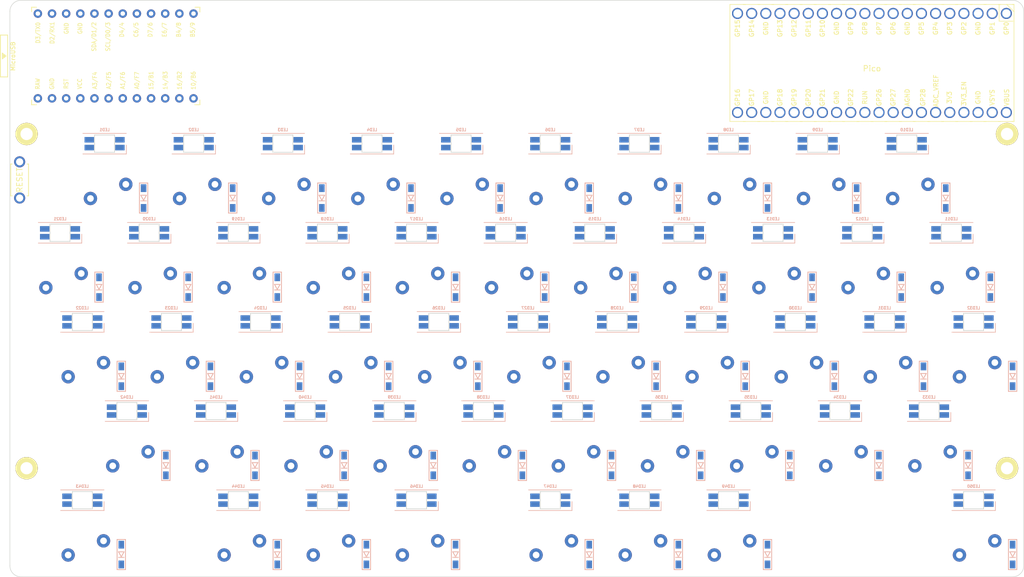
<source format=kicad_pcb>
(kicad_pcb (version 20171130) (host pcbnew "(5.1.9)-1")
  (layers (0 F.Cu signal) (31 B.Cu signal) (34 B.Paste user) (35 F.Paste user) (36 B.SilkS user) (37 F.SilkS user) (38 B.Mask user) (39 F.Mask user) (44 Edge.Cuts user))
  (net 0 "")
  (net 1 /ROW1)
  (net 2 "Net-(D1-Pad2)")
  (net 3 "Net-(D2-Pad2)")
  (net 4 "Net-(D3-Pad2)")
  (net 5 "Net-(D4-Pad2)")
  (net 6 "Net-(D5-Pad2)")
  (net 7 "Net-(D6-Pad2)")
  (net 8 "Net-(D7-Pad2)")
  (net 9 "Net-(D8-Pad2)")
  (net 10 "Net-(D9-Pad2)")
  (net 11 "Net-(D10-Pad2)")
  (net 12 "Net-(D11-Pad2)")
  (net 13 /ROW2)
  (net 14 "Net-(D12-Pad2)")
  (net 15 "Net-(D13-Pad2)")
  (net 16 "Net-(D14-Pad2)")
  (net 17 "Net-(D15-Pad2)")
  (net 18 "Net-(D16-Pad2)")
  (net 19 "Net-(D17-Pad2)")
  (net 20 "Net-(D18-Pad2)")
  (net 21 "Net-(D19-Pad2)")
  (net 22 "Net-(D20-Pad2)")
  (net 23 "Net-(D21-Pad2)")
  (net 24 /ROW3)
  (net 25 "Net-(D22-Pad2)")
  (net 26 "Net-(D23-Pad2)")
  (net 27 "Net-(D24-Pad2)")
  (net 28 "Net-(D25-Pad2)")
  (net 29 "Net-(D26-Pad2)")
  (net 30 "Net-(D27-Pad2)")
  (net 31 "Net-(D28-Pad2)")
  (net 32 "Net-(D29-Pad2)")
  (net 33 "Net-(D30-Pad2)")
  (net 34 "Net-(D31-Pad2)")
  (net 35 "Net-(D32-Pad2)")
  (net 36 "Net-(D33-Pad2)")
  (net 37 /ROW4)
  (net 38 "Net-(D34-Pad2)")
  (net 39 "Net-(D35-Pad2)")
  (net 40 "Net-(D36-Pad2)")
  (net 41 "Net-(D37-Pad2)")
  (net 42 "Net-(D38-Pad2)")
  (net 43 "Net-(D39-Pad2)")
  (net 44 "Net-(D40-Pad2)")
  (net 45 "Net-(D41-Pad2)")
  (net 46 "Net-(D42-Pad2)")
  (net 47 /ROW5)
  (net 48 "Net-(D43-Pad2)")
  (net 49 "Net-(D44-Pad2)")
  (net 50 "Net-(D45-Pad2)")
  (net 51 "Net-(D46-Pad2)")
  (net 52 "Net-(D47-Pad2)")
  (net 53 "Net-(D48-Pad2)")
  (net 54 "Net-(D49-Pad2)")
  (net 55 "Net-(D50-Pad2)")
  (net 56 GND)
  (net 57 /LED)
  (net 58 "Net-(LED1-Pad2)")
  (net 59 VCC)
  (net 60 "Net-(LED2-Pad2)")
  (net 61 "Net-(LED3-Pad2)")
  (net 62 "Net-(LED4-Pad2)")
  (net 63 "Net-(LED5-Pad2)")
  (net 64 "Net-(LED6-Pad2)")
  (net 65 "Net-(LED7-Pad2)")
  (net 66 "Net-(LED8-Pad2)")
  (net 67 "Net-(LED10-Pad4)")
  (net 68 "Net-(LED10-Pad2)")
  (net 69 "Net-(LED11-Pad2)")
  (net 70 "Net-(LED12-Pad2)")
  (net 71 "Net-(LED13-Pad2)")
  (net 72 "Net-(LED14-Pad2)")
  (net 73 "Net-(LED15-Pad2)")
  (net 74 "Net-(LED16-Pad2)")
  (net 75 "Net-(LED17-Pad2)")
  (net 76 "Net-(LED18-Pad2)")
  (net 77 "Net-(LED19-Pad2)")
  (net 78 "Net-(LED20-Pad2)")
  (net 79 "Net-(LED21-Pad2)")
  (net 80 "Net-(LED22-Pad2)")
  (net 81 "Net-(LED23-Pad2)")
  (net 82 "Net-(LED24-Pad2)")
  (net 83 "Net-(LED25-Pad2)")
  (net 84 "Net-(LED26-Pad2)")
  (net 85 "Net-(LED27-Pad2)")
  (net 86 "Net-(LED28-Pad2)")
  (net 87 "Net-(LED29-Pad2)")
  (net 88 "Net-(LED30-Pad2)")
  (net 89 "Net-(LED31-Pad2)")
  (net 90 "Net-(LED32-Pad2)")
  (net 91 "Net-(LED33-Pad2)")
  (net 92 "Net-(LED34-Pad2)")
  (net 93 "Net-(LED35-Pad2)")
  (net 94 "Net-(LED36-Pad2)")
  (net 95 "Net-(LED37-Pad2)")
  (net 96 "Net-(LED38-Pad2)")
  (net 97 "Net-(LED39-Pad2)")
  (net 98 "Net-(LED40-Pad2)")
  (net 99 "Net-(LED41-Pad2)")
  (net 100 "Net-(LED42-Pad2)")
  (net 101 "Net-(LED43-Pad2)")
  (net 102 "Net-(LED44-Pad2)")
  (net 103 "Net-(LED45-Pad2)")
  (net 104 "Net-(LED46-Pad2)")
  (net 105 "Net-(LED47-Pad2)")
  (net 106 "Net-(LED48-Pad2)")
  (net 107 "Net-(LED49-Pad2)")
  (net 108 "/LEDs 50/DOUT")
  (net 109 /COL1)
  (net 110 /COL2)
  (net 111 /COL3)
  (net 112 /COL4)
  (net 113 /COL5)
  (net 114 /COL6)
  (net 115 /COL7)
  (net 116 /COL8)
  (net 117 /COL9)
  (net 118 /COL10)
  (net 119 /COL11)
  (net 120 /RST)
  (net 121 "Net-(U1-Pad2)")
  (net 122 "Net-(U1-Pad24)")
  (net 123 "Net-(U2-Pad27)")
  (net 124 "Net-(U2-Pad29)")
  (net 125 "Net-(U2-Pad30)")
  (net 126 "Net-(U2-Pad31)")
  (net 127 "Net-(U2-Pad32)")
  (net 128 "Net-(U2-Pad34)")
  (net 129 "Net-(U2-Pad35)")
  (net 130 "Net-(U2-Pad37)")
  (net 131 "Net-(U2-Pad39)")
  (net 132 "Net-(U2-Pad40)")
  (net 133 "Net-(U2-Pad5)")
  (net 134 "Net-(U2-Pad4)")
  (net 135 "Net-(U2-Pad2)")
  (net 136 "Net-(U2-Pad1)")
  (module yuiop:RaspberryPi_Pico (layer F.Cu) (at 204.75 61.25 270)
    (fp_text reference U2 hide)
    (fp_text value Pico (at 1 0) (layer F.SilkS))
    (fp_text user GP1 (at -6.2 -21.6 90) (layer F.SilkS) (effects (font (size 0.8 0.8))))
    (fp_text user GP3 (at -6.2 -13.97 90) (layer F.SilkS) (effects (font (size 0.8 0.8))))
    (fp_text user GP2 (at -6.2 -16.51 90) (layer F.SilkS) (effects (font (size 0.8 0.8))))
    (fp_text user GP4 (at -6.2 -11.43 90) (layer F.SilkS) (effects (font (size 0.8 0.8))))
    (fp_text user GP5 (at -6.2 -8.89 90) (layer F.SilkS) (effects (font (size 0.8 0.8))))
    (fp_text user GP6 (at -6.2 -3.81 90) (layer F.SilkS) (effects (font (size 0.8 0.8))))
    (fp_text user GP8 (at -6.2 1.27 90) (layer F.SilkS) (effects (font (size 0.8 0.8))))
    (fp_text user GP9 (at -6.2 3.81 90) (layer F.SilkS) (effects (font (size 0.8 0.8))))
    (fp_text user GP10 (at -6.2 8.89 90) (layer F.SilkS) (effects (font (size 0.8 0.8))))
    (fp_text user GP11 (at -6.2 11.43 90) (layer F.SilkS) (effects (font (size 0.8 0.8))))
    (fp_text user GP12 (at -6.2 13.97 90) (layer F.SilkS) (effects (font (size 0.8 0.8))))
    (fp_text user GP13 (at -6.2 16.51 90) (layer F.SilkS) (effects (font (size 0.8 0.8))))
    (fp_text user GP14 (at -6.2 21.59 90) (layer F.SilkS) (effects (font (size 0.8 0.8))))
    (fp_text user GP15 (at -6.2 24.13 90) (layer F.SilkS) (effects (font (size 0.8 0.8))))
    (fp_text user GP7 (at -6.2 -1.3 90) (layer F.SilkS) (effects (font (size 0.8 0.8))))
    (fp_text user GP0 (at -6.2 -24.13 90) (layer F.SilkS) (effects (font (size 0.8 0.8))))
    (fp_text user GP17 (at 6.2 21.59 90) (layer F.SilkS) (effects (font (size 0.8 0.8))))
    (fp_text user 3V3_EN (at 5.5 -16.5 90) (layer F.SilkS) (effects (font (size 0.8 0.8))))
    (fp_text user GND (at 6.2 19.05 90) (layer F.SilkS) (effects (font (size 0.8 0.8))))
    (fp_text user GP21 (at 6.2 8.9 90) (layer F.SilkS) (effects (font (size 0.8 0.8))))
    (fp_text user GND (at 6.2 6.35 90) (layer F.SilkS) (effects (font (size 0.8 0.8))))
    (fp_text user GP18 (at 6.2 16.51 90) (layer F.SilkS) (effects (font (size 0.8 0.8))))
    (fp_text user RUN (at 6.2 1.27 90) (layer F.SilkS) (effects (font (size 0.8 0.8))))
    (fp_text user VBUS (at 6.2 -24.2 90) (layer F.SilkS) (effects (font (size 0.8 0.8))))
    (fp_text user GP20 (at 6.2 11.43 90) (layer F.SilkS) (effects (font (size 0.8 0.8))))
    (fp_text user AGND (at 6.2 -6.35 90) (layer F.SilkS) (effects (font (size 0.8 0.8))))
    (fp_text user GP26 (at 6.2 -1.27 90) (layer F.SilkS) (effects (font (size 0.8 0.8))))
    (fp_text user VSYS (at 6.2 -21.59 90) (layer F.SilkS) (effects (font (size 0.8 0.8))))
    (fp_text user GND (at -6.2 19.05 90) (layer F.SilkS) (effects (font (size 0.8 0.8))))
    (fp_text user GP22 (at 6.2 3.81 90) (layer F.SilkS) (effects (font (size 0.8 0.8))))
    (fp_text user GND (at -6.2 -6.35 90) (layer F.SilkS) (effects (font (size 0.8 0.8))))
    (fp_text user GND (at -6.2 6.35 90) (layer F.SilkS) (effects (font (size 0.8 0.8))))
    (fp_text user GND (at -6.2 -19.05 90) (layer F.SilkS) (effects (font (size 0.8 0.8))))
    (fp_text user 3V3 (at 6.2 -13.9 90) (layer F.SilkS) (effects (font (size 0.8 0.8))))
    (fp_text user GP16 (at 6.2 24.13 90) (layer F.SilkS) (effects (font (size 0.8 0.8))))
    (fp_text user GP19 (at 6.2 13.97 90) (layer F.SilkS) (effects (font (size 0.8 0.8))))
    (fp_text user GP28 (at 6.2 -9.144 90) (layer F.SilkS) (effects (font (size 0.8 0.8))))
    (fp_text user ADC_VREF (at 5 -11.5 90) (layer F.SilkS) (effects (font (size 0.8 0.8))))
    (fp_text user GND (at 6.2 -19.05 90) (layer F.SilkS) (effects (font (size 0.8 0.8))))
    (fp_text user GP27 (at 6.2 -3.8 90) (layer F.SilkS) (effects (font (size 0.8 0.8))))
    (pad 33 thru_hole circle (at 8.89 -6.35 270) (size 2 2) (drill 1.5) (layers *.Cu B.Mask) (net 56 GND))
    (pad 35 thru_hole circle (at 8.89 -11.43 270) (size 2 2) (drill 1.5) (layers *.Cu B.Mask) (net 129 "Net-(U2-Pad35)"))
    (pad 34 thru_hole circle (at 8.89 -8.89 270) (size 2 2) (drill 1.5) (layers *.Cu B.Mask) (net 128 "Net-(U2-Pad34)"))
    (pad 36 thru_hole circle (at 8.89 -13.97 270) (size 2 2) (drill 1.5) (layers *.Cu B.Mask) (net 59 VCC))
    (pad 39 thru_hole circle (at 8.89 -21.59 270) (size 2 2) (drill 1.5) (layers *.Cu B.Mask) (net 131 "Net-(U2-Pad39)"))
    (pad 40 thru_hole circle (at 8.89 -24.13 270) (size 2 2) (drill 1.5) (layers *.Cu B.Mask) (net 132 "Net-(U2-Pad40)"))
    (pad 38 thru_hole circle (at 8.89 -19.05 270) (size 2 2) (drill 1.5) (layers *.Cu B.Mask) (net 56 GND))
    (pad 37 thru_hole circle (at 8.89 -16.51 270) (size 2 2) (drill 1.5) (layers *.Cu B.Mask) (net 130 "Net-(U2-Pad37)"))
    (pad 11 thru_hole circle (at -8.89 1.27 270) (size 2 2) (drill 1.5) (layers *.Cu B.Mask) (net 112 /COL4))
    (pad 18 thru_hole circle (at -8.89 19.05 270) (size 2 2) (drill 1.5) (layers *.Cu B.Mask) (net 56 GND))
    (pad 2 thru_hole circle (at -8.89 -21.59 270) (size 2 2) (drill 1.5) (layers *.Cu B.Mask) (net 135 "Net-(U2-Pad2)"))
    (pad 20 thru_hole circle (at -8.89 24.13 270) (size 2 2) (drill 1.5) (layers *.Cu B.Mask) (net 119 /COL11))
    (pad 21 thru_hole circle (at 8.89 24.13 270) (size 2 2) (drill 1.5) (layers *.Cu B.Mask) (net 47 /ROW5))
    (pad 22 thru_hole circle (at 8.89 21.59 270) (size 2 2) (drill 1.5) (layers *.Cu B.Mask) (net 37 /ROW4))
    (pad 3 thru_hole circle (at -8.89 -19.05 270) (size 2 2) (drill 1.5) (layers *.Cu B.Mask) (net 56 GND))
    (pad 15 thru_hole circle (at -8.89 11.43 270) (size 2 2) (drill 1.5) (layers *.Cu B.Mask) (net 115 /COL7))
    (pad 23 thru_hole circle (at 8.89 19.05 270) (size 2 2) (drill 1.5) (layers *.Cu B.Mask) (net 56 GND))
    (pad 24 thru_hole circle (at 8.89 16.51 270) (size 2 2) (drill 1.5) (layers *.Cu B.Mask) (net 24 /ROW3))
    (pad 5 thru_hole circle (at -8.89 -13.97 270) (size 2 2) (drill 1.5) (layers *.Cu B.Mask) (net 133 "Net-(U2-Pad5)"))
    (pad 19 thru_hole circle (at -8.89 21.59 270) (size 2 2) (drill 1.5) (layers *.Cu B.Mask) (net 118 /COL10))
    (pad 4 thru_hole circle (at -8.89 -16.51 270) (size 2 2) (drill 1.5) (layers *.Cu B.Mask) (net 134 "Net-(U2-Pad4)"))
    (pad 7 thru_hole circle (at -8.89 -8.89 270) (size 2 2) (drill 1.5) (layers *.Cu B.Mask) (net 109 /COL1))
    (pad 1 thru_hole circle (at -8.89 -24.13 270) (size 2 2) (drill 1.5) (layers *.Cu B.Mask) (net 136 "Net-(U2-Pad1)"))
    (pad 10 thru_hole circle (at -8.89 -1.27 270) (size 2 2) (drill 1.5) (layers *.Cu B.Mask) (net 111 /COL3))
    (pad 12 thru_hole circle (at -8.89 3.81 270) (size 2 2) (drill 1.5) (layers *.Cu B.Mask) (net 113 /COL5))
    (pad 6 thru_hole circle (at -8.89 -11.43 270) (size 2 2) (drill 1.5) (layers *.Cu B.Mask) (net 57 /LED))
    (pad 13 thru_hole circle (at -8.89 6.35 270) (size 2 2) (drill 1.5) (layers *.Cu B.Mask) (net 56 GND))
    (pad 9 thru_hole circle (at -8.89 -3.81 270) (size 2 2) (drill 1.5) (layers *.Cu B.Mask) (net 110 /COL2))
    (pad 14 thru_hole circle (at -8.89 8.89 270) (size 2 2) (drill 1.5) (layers *.Cu B.Mask) (net 114 /COL6))
    (pad 8 thru_hole circle (at -8.89 -6.35 270) (size 2 2) (drill 1.5) (layers *.Cu B.Mask) (net 56 GND))
    (pad 17 thru_hole circle (at -8.89 16.51 270) (size 2 2) (drill 1.5) (layers *.Cu B.Mask) (net 117 /COL9))
    (pad 16 thru_hole circle (at -8.89 13.97 270) (size 2 2) (drill 1.5) (layers *.Cu B.Mask) (net 116 /COL8))
    (pad 32 thru_hole circle (at 8.89 -3.81 270) (size 2 2) (drill 1.5) (layers *.Cu B.Mask) (net 127 "Net-(U2-Pad32)"))
    (pad 26 thru_hole circle (at 8.89 11.43 270) (size 2 2) (drill 1.5) (layers *.Cu B.Mask) (net 1 /ROW1))
    (pad 30 thru_hole circle (at 8.89 1.27 270) (size 2 2) (drill 1.5) (layers *.Cu B.Mask) (net 125 "Net-(U2-Pad30)"))
    (pad 25 thru_hole circle (at 8.89 13.97 270) (size 2 2) (drill 1.5) (layers *.Cu B.Mask) (net 13 /ROW2))
    (pad 31 thru_hole circle (at 8.89 -1.27 270) (size 2 2) (drill 1.5) (layers *.Cu B.Mask) (net 126 "Net-(U2-Pad31)"))
    (pad 29 thru_hole circle (at 8.89 3.81 270) (size 2 2) (drill 1.5) (layers *.Cu B.Mask) (net 124 "Net-(U2-Pad29)"))
    (pad 27 thru_hole circle (at 8.89 8.89 270) (size 2 2) (drill 1.5) (layers *.Cu B.Mask) (net 123 "Net-(U2-Pad27)"))
    (pad 28 thru_hole circle (at 8.89 6.35 270) (size 2 2) (drill 1.5) (layers *.Cu B.Mask) (net 56 GND))
  )
  (module yuiop:ResetSW_2_1side (layer F.Cu) (at 51.75 82.25 270)
    (fp_text reference SW_RST1 hide)
    (fp_text value SW_PUSH)
    (fp_text user RESET (at 0 0 90) (layer F.SilkS))
    (pad 2 thru_hole circle (at -3.25 0 270) (size 2 2) (drill 1.3) (layers *.Cu B.Mask) (net 56 GND))
    (pad 1 thru_hole circle (at 3.25 0 270) (size 2 2) (drill 1.3) (layers *.Cu B.Mask) (net 120 /RST))
  )
  (module yuiop:Hole_2.2_4 (layer F.Cu) (at 229 134)
    (fp_text reference HOLE4 hide)
    (fp_text value Hole_2.2_4 hide)
    (pad "" thru_hole circle (at 0 0) (size 4 4) (drill 2.2) (layers *.Cu *.Mask F.SilkS) (net 56 GND))
  )
  (module yuiop:Hole_2.2_4 (layer F.Cu) (at 53 134)
    (fp_text reference HOLE3 hide)
    (fp_text value Hole_2.2_4 hide)
    (pad "" thru_hole circle (at 0 0) (size 4 4) (drill 2.2) (layers *.Cu *.Mask F.SilkS) (net 56 GND))
  )
  (module yuiop:Hole_2.2_4 (layer F.Cu) (at 229 74)
    (fp_text reference HOLE2 hide)
    (fp_text value Hole_2.2_4 hide)
    (pad "" thru_hole circle (at 0 0) (size 4 4) (drill 2.2) (layers *.Cu *.Mask F.SilkS) (net 56 GND))
  )
  (module yuiop:Hole_2.2_4 (layer F.Cu) (at 53 74)
    (fp_text reference HOLE1 hide)
    (fp_text value Hole_2.2_4 hide)
    (pad "" thru_hole circle (at 0 0) (size 4 4) (drill 2.2) (layers *.Cu *.Mask F.SilkS) (net 56 GND))
  )
  (module yuiop:D3_SMD_v2_B (layer F.Cu) (at 74 85.5 270)
    (fp_text reference D1 hide)
    (fp_text value D hide)
    (pad 1 smd rect (at 1.775 0 90) (size 1.4 1) (layers B.Cu B.Paste B.Mask) (net 1 /ROW1))
    (pad 2 smd rect (at -1.775 0 90) (size 1.4 1) (layers B.Cu B.Paste B.Mask) (net 2 "Net-(D1-Pad2)"))
  )
  (module yuiop:D3_SMD_v2_B (layer F.Cu) (at 90 85.5 270)
    (fp_text reference D2 hide)
    (fp_text value D hide)
    (pad 2 smd rect (at -1.775 0 90) (size 1.4 1) (layers B.Cu B.Paste B.Mask) (net 3 "Net-(D2-Pad2)"))
    (pad 1 smd rect (at 1.775 0 90) (size 1.4 1) (layers B.Cu B.Paste B.Mask) (net 1 /ROW1))
  )
  (module yuiop:D3_SMD_v2_B (layer F.Cu) (at 106 85.5 270)
    (fp_text reference D3 hide)
    (fp_text value D hide)
    (pad 1 smd rect (at 1.775 0 90) (size 1.4 1) (layers B.Cu B.Paste B.Mask) (net 1 /ROW1))
    (pad 2 smd rect (at -1.775 0 90) (size 1.4 1) (layers B.Cu B.Paste B.Mask) (net 4 "Net-(D3-Pad2)"))
  )
  (module yuiop:D3_SMD_v2_B (layer F.Cu) (at 122 85.5 270)
    (fp_text reference D4 hide)
    (fp_text value D hide)
    (pad 2 smd rect (at -1.775 0 90) (size 1.4 1) (layers B.Cu B.Paste B.Mask) (net 5 "Net-(D4-Pad2)"))
    (pad 1 smd rect (at 1.775 0 90) (size 1.4 1) (layers B.Cu B.Paste B.Mask) (net 1 /ROW1))
  )
  (module yuiop:D3_SMD_v2_B (layer F.Cu) (at 138 85.5 270)
    (fp_text reference D5 hide)
    (fp_text value D hide)
    (pad 1 smd rect (at 1.775 0 90) (size 1.4 1) (layers B.Cu B.Paste B.Mask) (net 1 /ROW1))
    (pad 2 smd rect (at -1.775 0 90) (size 1.4 1) (layers B.Cu B.Paste B.Mask) (net 6 "Net-(D5-Pad2)"))
  )
  (module yuiop:D3_SMD_v2_B (layer F.Cu) (at 154 85.5 270)
    (fp_text reference D6 hide)
    (fp_text value D hide)
    (pad 2 smd rect (at -1.775 0 90) (size 1.4 1) (layers B.Cu B.Paste B.Mask) (net 7 "Net-(D6-Pad2)"))
    (pad 1 smd rect (at 1.775 0 90) (size 1.4 1) (layers B.Cu B.Paste B.Mask) (net 1 /ROW1))
  )
  (module yuiop:D3_SMD_v2_B (layer F.Cu) (at 170 85.5 270)
    (fp_text reference D7 hide)
    (fp_text value D hide)
    (pad 1 smd rect (at 1.775 0 90) (size 1.4 1) (layers B.Cu B.Paste B.Mask) (net 1 /ROW1))
    (pad 2 smd rect (at -1.775 0 90) (size 1.4 1) (layers B.Cu B.Paste B.Mask) (net 8 "Net-(D7-Pad2)"))
  )
  (module yuiop:D3_SMD_v2_B (layer F.Cu) (at 186 85.5 270)
    (fp_text reference D8 hide)
    (fp_text value D hide)
    (pad 2 smd rect (at -1.775 0 90) (size 1.4 1) (layers B.Cu B.Paste B.Mask) (net 9 "Net-(D8-Pad2)"))
    (pad 1 smd rect (at 1.775 0 90) (size 1.4 1) (layers B.Cu B.Paste B.Mask) (net 1 /ROW1))
  )
  (module yuiop:D3_SMD_v2_B (layer F.Cu) (at 202 85.5 270)
    (fp_text reference D9 hide)
    (fp_text value D hide)
    (pad 1 smd rect (at 1.775 0 90) (size 1.4 1) (layers B.Cu B.Paste B.Mask) (net 1 /ROW1))
    (pad 2 smd rect (at -1.775 0 90) (size 1.4 1) (layers B.Cu B.Paste B.Mask) (net 10 "Net-(D9-Pad2)"))
  )
  (module yuiop:D3_SMD_v2_B (layer F.Cu) (at 218 85.5 270)
    (fp_text reference D10 hide)
    (fp_text value D hide)
    (pad 2 smd rect (at -1.775 0 90) (size 1.4 1) (layers B.Cu B.Paste B.Mask) (net 11 "Net-(D10-Pad2)"))
    (pad 1 smd rect (at 1.775 0 90) (size 1.4 1) (layers B.Cu B.Paste B.Mask) (net 1 /ROW1))
  )
  (module yuiop:D3_SMD_v2_B (layer F.Cu) (at 66 101.5 270)
    (fp_text reference D11 hide)
    (fp_text value D hide)
    (pad 2 smd rect (at -1.775 0 90) (size 1.4 1) (layers B.Cu B.Paste B.Mask) (net 12 "Net-(D11-Pad2)"))
    (pad 1 smd rect (at 1.775 0 90) (size 1.4 1) (layers B.Cu B.Paste B.Mask) (net 13 /ROW2))
  )
  (module yuiop:D3_SMD_v2_B (layer F.Cu) (at 82 101.5 270)
    (fp_text reference D12 hide)
    (fp_text value D hide)
    (pad 1 smd rect (at 1.775 0 90) (size 1.4 1) (layers B.Cu B.Paste B.Mask) (net 13 /ROW2))
    (pad 2 smd rect (at -1.775 0 90) (size 1.4 1) (layers B.Cu B.Paste B.Mask) (net 14 "Net-(D12-Pad2)"))
  )
  (module yuiop:D3_SMD_v2_B (layer F.Cu) (at 98 101.5 270)
    (fp_text reference D13 hide)
    (fp_text value D hide)
    (pad 2 smd rect (at -1.775 0 90) (size 1.4 1) (layers B.Cu B.Paste B.Mask) (net 15 "Net-(D13-Pad2)"))
    (pad 1 smd rect (at 1.775 0 90) (size 1.4 1) (layers B.Cu B.Paste B.Mask) (net 13 /ROW2))
  )
  (module yuiop:D3_SMD_v2_B (layer F.Cu) (at 114 101.5 270)
    (fp_text reference D14 hide)
    (fp_text value D hide)
    (pad 1 smd rect (at 1.775 0 90) (size 1.4 1) (layers B.Cu B.Paste B.Mask) (net 13 /ROW2))
    (pad 2 smd rect (at -1.775 0 90) (size 1.4 1) (layers B.Cu B.Paste B.Mask) (net 16 "Net-(D14-Pad2)"))
  )
  (module yuiop:D3_SMD_v2_B (layer F.Cu) (at 130 101.5 270)
    (fp_text reference D15 hide)
    (fp_text value D hide)
    (pad 1 smd rect (at 1.775 0 90) (size 1.4 1) (layers B.Cu B.Paste B.Mask) (net 13 /ROW2))
    (pad 2 smd rect (at -1.775 0 90) (size 1.4 1) (layers B.Cu B.Paste B.Mask) (net 17 "Net-(D15-Pad2)"))
  )
  (module yuiop:D3_SMD_v2_B (layer F.Cu) (at 146 101.5 270)
    (fp_text reference D16 hide)
    (fp_text value D hide)
    (pad 2 smd rect (at -1.775 0 90) (size 1.4 1) (layers B.Cu B.Paste B.Mask) (net 18 "Net-(D16-Pad2)"))
    (pad 1 smd rect (at 1.775 0 90) (size 1.4 1) (layers B.Cu B.Paste B.Mask) (net 13 /ROW2))
  )
  (module yuiop:D3_SMD_v2_B (layer F.Cu) (at 162 101.5 270)
    (fp_text reference D17 hide)
    (fp_text value D hide)
    (pad 1 smd rect (at 1.775 0 90) (size 1.4 1) (layers B.Cu B.Paste B.Mask) (net 13 /ROW2))
    (pad 2 smd rect (at -1.775 0 90) (size 1.4 1) (layers B.Cu B.Paste B.Mask) (net 19 "Net-(D17-Pad2)"))
  )
  (module yuiop:D3_SMD_v2_B (layer F.Cu) (at 178 101.5 270)
    (fp_text reference D18 hide)
    (fp_text value D hide)
    (pad 2 smd rect (at -1.775 0 90) (size 1.4 1) (layers B.Cu B.Paste B.Mask) (net 20 "Net-(D18-Pad2)"))
    (pad 1 smd rect (at 1.775 0 90) (size 1.4 1) (layers B.Cu B.Paste B.Mask) (net 13 /ROW2))
  )
  (module yuiop:D3_SMD_v2_B (layer F.Cu) (at 194 101.5 270)
    (fp_text reference D19 hide)
    (fp_text value D hide)
    (pad 1 smd rect (at 1.775 0 90) (size 1.4 1) (layers B.Cu B.Paste B.Mask) (net 13 /ROW2))
    (pad 2 smd rect (at -1.775 0 90) (size 1.4 1) (layers B.Cu B.Paste B.Mask) (net 21 "Net-(D19-Pad2)"))
  )
  (module yuiop:D3_SMD_v2_B (layer F.Cu) (at 210 101.5 270)
    (fp_text reference D20 hide)
    (fp_text value D hide)
    (pad 1 smd rect (at 1.775 0 90) (size 1.4 1) (layers B.Cu B.Paste B.Mask) (net 13 /ROW2))
    (pad 2 smd rect (at -1.775 0 90) (size 1.4 1) (layers B.Cu B.Paste B.Mask) (net 22 "Net-(D20-Pad2)"))
  )
  (module yuiop:D3_SMD_v2_B (layer F.Cu) (at 226 101.5 270)
    (fp_text reference D21 hide)
    (fp_text value D hide)
    (pad 2 smd rect (at -1.775 0 90) (size 1.4 1) (layers B.Cu B.Paste B.Mask) (net 23 "Net-(D21-Pad2)"))
    (pad 1 smd rect (at 1.775 0 90) (size 1.4 1) (layers B.Cu B.Paste B.Mask) (net 13 /ROW2))
  )
  (module yuiop:D3_SMD_v2_B (layer F.Cu) (at 70 117.5 270)
    (fp_text reference D22 hide)
    (fp_text value D hide)
    (pad 1 smd rect (at 1.775 0 90) (size 1.4 1) (layers B.Cu B.Paste B.Mask) (net 24 /ROW3))
    (pad 2 smd rect (at -1.775 0 90) (size 1.4 1) (layers B.Cu B.Paste B.Mask) (net 25 "Net-(D22-Pad2)"))
  )
  (module yuiop:D3_SMD_v2_B (layer F.Cu) (at 86 117.5 270)
    (fp_text reference D23 hide)
    (fp_text value D hide)
    (pad 2 smd rect (at -1.775 0 90) (size 1.4 1) (layers B.Cu B.Paste B.Mask) (net 26 "Net-(D23-Pad2)"))
    (pad 1 smd rect (at 1.775 0 90) (size 1.4 1) (layers B.Cu B.Paste B.Mask) (net 24 /ROW3))
  )
  (module yuiop:D3_SMD_v2_B (layer F.Cu) (at 102 117.5 270)
    (fp_text reference D24 hide)
    (fp_text value D hide)
    (pad 1 smd rect (at 1.775 0 90) (size 1.4 1) (layers B.Cu B.Paste B.Mask) (net 24 /ROW3))
    (pad 2 smd rect (at -1.775 0 90) (size 1.4 1) (layers B.Cu B.Paste B.Mask) (net 27 "Net-(D24-Pad2)"))
  )
  (module yuiop:D3_SMD_v2_B (layer F.Cu) (at 118 117.5 270)
    (fp_text reference D25 hide)
    (fp_text value D hide)
    (pad 2 smd rect (at -1.775 0 90) (size 1.4 1) (layers B.Cu B.Paste B.Mask) (net 28 "Net-(D25-Pad2)"))
    (pad 1 smd rect (at 1.775 0 90) (size 1.4 1) (layers B.Cu B.Paste B.Mask) (net 24 /ROW3))
  )
  (module yuiop:D3_SMD_v2_B (layer F.Cu) (at 134 117.5 270)
    (fp_text reference D26 hide)
    (fp_text value D hide)
    (pad 1 smd rect (at 1.775 0 90) (size 1.4 1) (layers B.Cu B.Paste B.Mask) (net 24 /ROW3))
    (pad 2 smd rect (at -1.775 0 90) (size 1.4 1) (layers B.Cu B.Paste B.Mask) (net 29 "Net-(D26-Pad2)"))
  )
  (module yuiop:D3_SMD_v2_B (layer F.Cu) (at 150 117.5 270)
    (fp_text reference D27 hide)
    (fp_text value D hide)
    (pad 2 smd rect (at -1.775 0 90) (size 1.4 1) (layers B.Cu B.Paste B.Mask) (net 30 "Net-(D27-Pad2)"))
    (pad 1 smd rect (at 1.775 0 90) (size 1.4 1) (layers B.Cu B.Paste B.Mask) (net 24 /ROW3))
  )
  (module yuiop:D3_SMD_v2_B (layer F.Cu) (at 166 117.5 270)
    (fp_text reference D28 hide)
    (fp_text value D hide)
    (pad 1 smd rect (at 1.775 0 90) (size 1.4 1) (layers B.Cu B.Paste B.Mask) (net 24 /ROW3))
    (pad 2 smd rect (at -1.775 0 90) (size 1.4 1) (layers B.Cu B.Paste B.Mask) (net 31 "Net-(D28-Pad2)"))
  )
  (module yuiop:D3_SMD_v2_B (layer F.Cu) (at 182 117.5 270)
    (fp_text reference D29 hide)
    (fp_text value D hide)
    (pad 1 smd rect (at 1.775 0 90) (size 1.4 1) (layers B.Cu B.Paste B.Mask) (net 24 /ROW3))
    (pad 2 smd rect (at -1.775 0 90) (size 1.4 1) (layers B.Cu B.Paste B.Mask) (net 32 "Net-(D29-Pad2)"))
  )
  (module yuiop:D3_SMD_v2_B (layer F.Cu) (at 198 117.5 270)
    (fp_text reference D30 hide)
    (fp_text value D hide)
    (pad 2 smd rect (at -1.775 0 90) (size 1.4 1) (layers B.Cu B.Paste B.Mask) (net 33 "Net-(D30-Pad2)"))
    (pad 1 smd rect (at 1.775 0 90) (size 1.4 1) (layers B.Cu B.Paste B.Mask) (net 24 /ROW3))
  )
  (module yuiop:D3_SMD_v2_B (layer F.Cu) (at 214 117.5 270)
    (fp_text reference D31 hide)
    (fp_text value D hide)
    (pad 1 smd rect (at 1.775 0 90) (size 1.4 1) (layers B.Cu B.Paste B.Mask) (net 24 /ROW3))
    (pad 2 smd rect (at -1.775 0 90) (size 1.4 1) (layers B.Cu B.Paste B.Mask) (net 34 "Net-(D31-Pad2)"))
  )
  (module yuiop:D3_SMD_v2_B (layer F.Cu) (at 230 117.5 270)
    (fp_text reference D32 hide)
    (fp_text value D hide)
    (pad 2 smd rect (at -1.775 0 90) (size 1.4 1) (layers B.Cu B.Paste B.Mask) (net 35 "Net-(D32-Pad2)"))
    (pad 1 smd rect (at 1.775 0 90) (size 1.4 1) (layers B.Cu B.Paste B.Mask) (net 24 /ROW3))
  )
  (module yuiop:D3_SMD_v2_B (layer F.Cu) (at 78 133.5 270)
    (fp_text reference D33 hide)
    (fp_text value D hide)
    (pad 2 smd rect (at -1.775 0 90) (size 1.4 1) (layers B.Cu B.Paste B.Mask) (net 36 "Net-(D33-Pad2)"))
    (pad 1 smd rect (at 1.775 0 90) (size 1.4 1) (layers B.Cu B.Paste B.Mask) (net 37 /ROW4))
  )
  (module yuiop:D3_SMD_v2_B (layer F.Cu) (at 94 133.5 270)
    (fp_text reference D34 hide)
    (fp_text value D hide)
    (pad 2 smd rect (at -1.775 0 90) (size 1.4 1) (layers B.Cu B.Paste B.Mask) (net 38 "Net-(D34-Pad2)"))
    (pad 1 smd rect (at 1.775 0 90) (size 1.4 1) (layers B.Cu B.Paste B.Mask) (net 37 /ROW4))
  )
  (module yuiop:D3_SMD_v2_B (layer F.Cu) (at 110 133.5 270)
    (fp_text reference D35 hide)
    (fp_text value D hide)
    (pad 1 smd rect (at 1.775 0 90) (size 1.4 1) (layers B.Cu B.Paste B.Mask) (net 37 /ROW4))
    (pad 2 smd rect (at -1.775 0 90) (size 1.4 1) (layers B.Cu B.Paste B.Mask) (net 39 "Net-(D35-Pad2)"))
  )
  (module yuiop:D3_SMD_v2_B (layer F.Cu) (at 126 133.5 270)
    (fp_text reference D36 hide)
    (fp_text value D hide)
    (pad 1 smd rect (at 1.775 0 90) (size 1.4 1) (layers B.Cu B.Paste B.Mask) (net 37 /ROW4))
    (pad 2 smd rect (at -1.775 0 90) (size 1.4 1) (layers B.Cu B.Paste B.Mask) (net 40 "Net-(D36-Pad2)"))
  )
  (module yuiop:D3_SMD_v2_B (layer F.Cu) (at 142 133.5 270)
    (fp_text reference D37 hide)
    (fp_text value D hide)
    (pad 2 smd rect (at -1.775 0 90) (size 1.4 1) (layers B.Cu B.Paste B.Mask) (net 41 "Net-(D37-Pad2)"))
    (pad 1 smd rect (at 1.775 0 90) (size 1.4 1) (layers B.Cu B.Paste B.Mask) (net 37 /ROW4))
  )
  (module yuiop:D3_SMD_v2_B (layer F.Cu) (at 158 133.5 270)
    (fp_text reference D38 hide)
    (fp_text value D hide)
    (pad 2 smd rect (at -1.775 0 90) (size 1.4 1) (layers B.Cu B.Paste B.Mask) (net 42 "Net-(D38-Pad2)"))
    (pad 1 smd rect (at 1.775 0 90) (size 1.4 1) (layers B.Cu B.Paste B.Mask) (net 37 /ROW4))
  )
  (module yuiop:D3_SMD_v2_B (layer F.Cu) (at 174 133.5 270)
    (fp_text reference D39 hide)
    (fp_text value D hide)
    (pad 2 smd rect (at -1.775 0 90) (size 1.4 1) (layers B.Cu B.Paste B.Mask) (net 43 "Net-(D39-Pad2)"))
    (pad 1 smd rect (at 1.775 0 90) (size 1.4 1) (layers B.Cu B.Paste B.Mask) (net 37 /ROW4))
  )
  (module yuiop:D3_SMD_v2_B (layer F.Cu) (at 190 133.5 270)
    (fp_text reference D40 hide)
    (fp_text value D hide)
    (pad 2 smd rect (at -1.775 0 90) (size 1.4 1) (layers B.Cu B.Paste B.Mask) (net 44 "Net-(D40-Pad2)"))
    (pad 1 smd rect (at 1.775 0 90) (size 1.4 1) (layers B.Cu B.Paste B.Mask) (net 37 /ROW4))
  )
  (module yuiop:D3_SMD_v2_B (layer F.Cu) (at 206 133.5 270)
    (fp_text reference D41 hide)
    (fp_text value D hide)
    (pad 1 smd rect (at 1.775 0 90) (size 1.4 1) (layers B.Cu B.Paste B.Mask) (net 37 /ROW4))
    (pad 2 smd rect (at -1.775 0 90) (size 1.4 1) (layers B.Cu B.Paste B.Mask) (net 45 "Net-(D41-Pad2)"))
  )
  (module yuiop:D3_SMD_v2_B (layer F.Cu) (at 222 133.5 270)
    (fp_text reference D42 hide)
    (fp_text value D hide)
    (pad 1 smd rect (at 1.775 0 90) (size 1.4 1) (layers B.Cu B.Paste B.Mask) (net 37 /ROW4))
    (pad 2 smd rect (at -1.775 0 90) (size 1.4 1) (layers B.Cu B.Paste B.Mask) (net 46 "Net-(D42-Pad2)"))
  )
  (module yuiop:D3_SMD_v2_B (layer F.Cu) (at 70 149.5 270)
    (fp_text reference D43 hide)
    (fp_text value D hide)
    (pad 1 smd rect (at 1.775 0 90) (size 1.4 1) (layers B.Cu B.Paste B.Mask) (net 47 /ROW5))
    (pad 2 smd rect (at -1.775 0 90) (size 1.4 1) (layers B.Cu B.Paste B.Mask) (net 48 "Net-(D43-Pad2)"))
  )
  (module yuiop:D3_SMD_v2_B (layer F.Cu) (at 98 149.5 270)
    (fp_text reference D44 hide)
    (fp_text value D hide)
    (pad 2 smd rect (at -1.775 0 90) (size 1.4 1) (layers B.Cu B.Paste B.Mask) (net 49 "Net-(D44-Pad2)"))
    (pad 1 smd rect (at 1.775 0 90) (size 1.4 1) (layers B.Cu B.Paste B.Mask) (net 47 /ROW5))
  )
  (module yuiop:D3_SMD_v2_B (layer F.Cu) (at 114 149.5 270)
    (fp_text reference D45 hide)
    (fp_text value D hide)
    (pad 2 smd rect (at -1.775 0 90) (size 1.4 1) (layers B.Cu B.Paste B.Mask) (net 50 "Net-(D45-Pad2)"))
    (pad 1 smd rect (at 1.775 0 90) (size 1.4 1) (layers B.Cu B.Paste B.Mask) (net 47 /ROW5))
  )
  (module yuiop:D3_SMD_v2_B (layer F.Cu) (at 130 149.5 270)
    (fp_text reference D46 hide)
    (fp_text value D hide)
    (pad 1 smd rect (at 1.775 0 90) (size 1.4 1) (layers B.Cu B.Paste B.Mask) (net 47 /ROW5))
    (pad 2 smd rect (at -1.775 0 90) (size 1.4 1) (layers B.Cu B.Paste B.Mask) (net 51 "Net-(D46-Pad2)"))
  )
  (module yuiop:D3_SMD_v2_B (layer F.Cu) (at 154 149.5 270)
    (fp_text reference D47 hide)
    (fp_text value D hide)
    (pad 1 smd rect (at 1.775 0 90) (size 1.4 1) (layers B.Cu B.Paste B.Mask) (net 47 /ROW5))
    (pad 2 smd rect (at -1.775 0 90) (size 1.4 1) (layers B.Cu B.Paste B.Mask) (net 52 "Net-(D47-Pad2)"))
  )
  (module yuiop:D3_SMD_v2_B (layer F.Cu) (at 170 149.5 270)
    (fp_text reference D48 hide)
    (fp_text value D hide)
    (pad 2 smd rect (at -1.775 0 90) (size 1.4 1) (layers B.Cu B.Paste B.Mask) (net 53 "Net-(D48-Pad2)"))
    (pad 1 smd rect (at 1.775 0 90) (size 1.4 1) (layers B.Cu B.Paste B.Mask) (net 47 /ROW5))
  )
  (module yuiop:D3_SMD_v2_B (layer F.Cu) (at 186 149.5 270)
    (fp_text reference D49 hide)
    (fp_text value D hide)
    (pad 2 smd rect (at -1.775 0 90) (size 1.4 1) (layers B.Cu B.Paste B.Mask) (net 54 "Net-(D49-Pad2)"))
    (pad 1 smd rect (at 1.775 0 90) (size 1.4 1) (layers B.Cu B.Paste B.Mask) (net 47 /ROW5))
  )
  (module yuiop:D3_SMD_v2_B (layer F.Cu) (at 230 149.5 270)
    (fp_text reference D50 hide)
    (fp_text value D hide)
    (pad 1 smd rect (at 1.775 0 90) (size 1.4 1) (layers B.Cu B.Paste B.Mask) (net 47 /ROW5))
    (pad 2 smd rect (at -1.775 0 90) (size 1.4 1) (layers B.Cu B.Paste B.Mask) (net 55 "Net-(D50-Pad2)"))
  )
  (module yuiop:SK6812MINI-E_B (layer F.Cu) (at 67 75.74)
    (fp_text reference LED1 (at 0 -2.5 180) (layer B.SilkS) (effects (font (size 0.5 0.5) (thickness 0.125)) (justify mirror)))
    (fp_text value YS-SK6812MINI-E hide)
    (fp_line (start 1.8 -1.55) (end 1.8 1.55) (layer Edge.Cuts) (width 0.12))
    (fp_line (start -1.8 -1.55) (end 1.8 -1.55) (layer Edge.Cuts) (width 0.12))
    (fp_line (start -1.8 1.55) (end -1.8 -1.55) (layer Edge.Cuts) (width 0.12))
    (fp_line (start 1.8 1.55) (end -1.8 1.55) (layer Edge.Cuts) (width 0.12))
    (pad 3 smd rect (at 2.75 0.7 180) (size 1.7 1) (layers B.Cu B.Paste B.Mask) (net 56 GND))
    (pad 4 smd rect (at 2.75 -0.7 180) (size 1.7 1) (layers B.Cu B.Paste B.Mask) (net 57 /LED))
    (pad 2 smd rect (at -2.75 0.7 180) (size 1.7 1) (layers B.Cu B.Paste B.Mask) (net 58 "Net-(LED1-Pad2)"))
    (pad 1 smd rect (at -2.75 -0.7 180) (size 1.7 1) (layers B.Cu B.Paste B.Mask) (net 59 VCC))
  )
  (module yuiop:SK6812MINI-E_B (layer F.Cu) (at 83 75.74)
    (fp_text reference LED2 (at 0 -2.5 180) (layer B.SilkS) (effects (font (size 0.5 0.5) (thickness 0.125)) (justify mirror)))
    (fp_text value YS-SK6812MINI-E hide)
    (fp_line (start 1.8 1.55) (end -1.8 1.55) (layer Edge.Cuts) (width 0.12))
    (fp_line (start -1.8 1.55) (end -1.8 -1.55) (layer Edge.Cuts) (width 0.12))
    (fp_line (start -1.8 -1.55) (end 1.8 -1.55) (layer Edge.Cuts) (width 0.12))
    (fp_line (start 1.8 -1.55) (end 1.8 1.55) (layer Edge.Cuts) (width 0.12))
    (pad 1 smd rect (at -2.75 -0.7 180) (size 1.7 1) (layers B.Cu B.Paste B.Mask) (net 59 VCC))
    (pad 2 smd rect (at -2.75 0.7 180) (size 1.7 1) (layers B.Cu B.Paste B.Mask) (net 60 "Net-(LED2-Pad2)"))
    (pad 4 smd rect (at 2.75 -0.7 180) (size 1.7 1) (layers B.Cu B.Paste B.Mask) (net 58 "Net-(LED1-Pad2)"))
    (pad 3 smd rect (at 2.75 0.7 180) (size 1.7 1) (layers B.Cu B.Paste B.Mask) (net 56 GND))
  )
  (module yuiop:SK6812MINI-E_B (layer F.Cu) (at 99 75.74)
    (fp_text reference LED3 (at 0 -2.5 180) (layer B.SilkS) (effects (font (size 0.5 0.5) (thickness 0.125)) (justify mirror)))
    (fp_text value YS-SK6812MINI-E hide)
    (fp_line (start 1.8 -1.55) (end 1.8 1.55) (layer Edge.Cuts) (width 0.12))
    (fp_line (start -1.8 -1.55) (end 1.8 -1.55) (layer Edge.Cuts) (width 0.12))
    (fp_line (start -1.8 1.55) (end -1.8 -1.55) (layer Edge.Cuts) (width 0.12))
    (fp_line (start 1.8 1.55) (end -1.8 1.55) (layer Edge.Cuts) (width 0.12))
    (pad 3 smd rect (at 2.75 0.7 180) (size 1.7 1) (layers B.Cu B.Paste B.Mask) (net 56 GND))
    (pad 4 smd rect (at 2.75 -0.7 180) (size 1.7 1) (layers B.Cu B.Paste B.Mask) (net 60 "Net-(LED2-Pad2)"))
    (pad 2 smd rect (at -2.75 0.7 180) (size 1.7 1) (layers B.Cu B.Paste B.Mask) (net 61 "Net-(LED3-Pad2)"))
    (pad 1 smd rect (at -2.75 -0.7 180) (size 1.7 1) (layers B.Cu B.Paste B.Mask) (net 59 VCC))
  )
  (module yuiop:SK6812MINI-E_B (layer F.Cu) (at 115 75.74)
    (fp_text reference LED4 (at 0 -2.5 180) (layer B.SilkS) (effects (font (size 0.5 0.5) (thickness 0.125)) (justify mirror)))
    (fp_text value YS-SK6812MINI-E hide)
    (fp_line (start 1.8 1.55) (end -1.8 1.55) (layer Edge.Cuts) (width 0.12))
    (fp_line (start -1.8 1.55) (end -1.8 -1.55) (layer Edge.Cuts) (width 0.12))
    (fp_line (start -1.8 -1.55) (end 1.8 -1.55) (layer Edge.Cuts) (width 0.12))
    (fp_line (start 1.8 -1.55) (end 1.8 1.55) (layer Edge.Cuts) (width 0.12))
    (pad 1 smd rect (at -2.75 -0.7 180) (size 1.7 1) (layers B.Cu B.Paste B.Mask) (net 59 VCC))
    (pad 2 smd rect (at -2.75 0.7 180) (size 1.7 1) (layers B.Cu B.Paste B.Mask) (net 62 "Net-(LED4-Pad2)"))
    (pad 4 smd rect (at 2.75 -0.7 180) (size 1.7 1) (layers B.Cu B.Paste B.Mask) (net 61 "Net-(LED3-Pad2)"))
    (pad 3 smd rect (at 2.75 0.7 180) (size 1.7 1) (layers B.Cu B.Paste B.Mask) (net 56 GND))
  )
  (module yuiop:SK6812MINI-E_B (layer F.Cu) (at 131 75.74)
    (fp_text reference LED5 (at 0 -2.5 180) (layer B.SilkS) (effects (font (size 0.5 0.5) (thickness 0.125)) (justify mirror)))
    (fp_text value YS-SK6812MINI-E hide)
    (fp_line (start 1.8 -1.55) (end 1.8 1.55) (layer Edge.Cuts) (width 0.12))
    (fp_line (start -1.8 -1.55) (end 1.8 -1.55) (layer Edge.Cuts) (width 0.12))
    (fp_line (start -1.8 1.55) (end -1.8 -1.55) (layer Edge.Cuts) (width 0.12))
    (fp_line (start 1.8 1.55) (end -1.8 1.55) (layer Edge.Cuts) (width 0.12))
    (pad 3 smd rect (at 2.75 0.7 180) (size 1.7 1) (layers B.Cu B.Paste B.Mask) (net 56 GND))
    (pad 4 smd rect (at 2.75 -0.7 180) (size 1.7 1) (layers B.Cu B.Paste B.Mask) (net 62 "Net-(LED4-Pad2)"))
    (pad 2 smd rect (at -2.75 0.7 180) (size 1.7 1) (layers B.Cu B.Paste B.Mask) (net 63 "Net-(LED5-Pad2)"))
    (pad 1 smd rect (at -2.75 -0.7 180) (size 1.7 1) (layers B.Cu B.Paste B.Mask) (net 59 VCC))
  )
  (module yuiop:SK6812MINI-E_B (layer F.Cu) (at 147 75.74)
    (fp_text reference LED6 (at 0 -2.5 180) (layer B.SilkS) (effects (font (size 0.5 0.5) (thickness 0.125)) (justify mirror)))
    (fp_text value YS-SK6812MINI-E hide)
    (fp_line (start 1.8 1.55) (end -1.8 1.55) (layer Edge.Cuts) (width 0.12))
    (fp_line (start -1.8 1.55) (end -1.8 -1.55) (layer Edge.Cuts) (width 0.12))
    (fp_line (start -1.8 -1.55) (end 1.8 -1.55) (layer Edge.Cuts) (width 0.12))
    (fp_line (start 1.8 -1.55) (end 1.8 1.55) (layer Edge.Cuts) (width 0.12))
    (pad 1 smd rect (at -2.75 -0.7 180) (size 1.7 1) (layers B.Cu B.Paste B.Mask) (net 59 VCC))
    (pad 2 smd rect (at -2.75 0.7 180) (size 1.7 1) (layers B.Cu B.Paste B.Mask) (net 64 "Net-(LED6-Pad2)"))
    (pad 4 smd rect (at 2.75 -0.7 180) (size 1.7 1) (layers B.Cu B.Paste B.Mask) (net 63 "Net-(LED5-Pad2)"))
    (pad 3 smd rect (at 2.75 0.7 180) (size 1.7 1) (layers B.Cu B.Paste B.Mask) (net 56 GND))
  )
  (module yuiop:SK6812MINI-E_B (layer F.Cu) (at 163 75.74)
    (fp_text reference LED7 (at 0 -2.5 180) (layer B.SilkS) (effects (font (size 0.5 0.5) (thickness 0.125)) (justify mirror)))
    (fp_text value YS-SK6812MINI-E hide)
    (fp_line (start 1.8 -1.55) (end 1.8 1.55) (layer Edge.Cuts) (width 0.12))
    (fp_line (start -1.8 -1.55) (end 1.8 -1.55) (layer Edge.Cuts) (width 0.12))
    (fp_line (start -1.8 1.55) (end -1.8 -1.55) (layer Edge.Cuts) (width 0.12))
    (fp_line (start 1.8 1.55) (end -1.8 1.55) (layer Edge.Cuts) (width 0.12))
    (pad 3 smd rect (at 2.75 0.7 180) (size 1.7 1) (layers B.Cu B.Paste B.Mask) (net 56 GND))
    (pad 4 smd rect (at 2.75 -0.7 180) (size 1.7 1) (layers B.Cu B.Paste B.Mask) (net 64 "Net-(LED6-Pad2)"))
    (pad 2 smd rect (at -2.75 0.7 180) (size 1.7 1) (layers B.Cu B.Paste B.Mask) (net 65 "Net-(LED7-Pad2)"))
    (pad 1 smd rect (at -2.75 -0.7 180) (size 1.7 1) (layers B.Cu B.Paste B.Mask) (net 59 VCC))
  )
  (module yuiop:SK6812MINI-E_B (layer F.Cu) (at 179 75.74)
    (fp_text reference LED8 (at 0 -2.5 180) (layer B.SilkS) (effects (font (size 0.5 0.5) (thickness 0.125)) (justify mirror)))
    (fp_text value YS-SK6812MINI-E hide)
    (fp_line (start 1.8 1.55) (end -1.8 1.55) (layer Edge.Cuts) (width 0.12))
    (fp_line (start -1.8 1.55) (end -1.8 -1.55) (layer Edge.Cuts) (width 0.12))
    (fp_line (start -1.8 -1.55) (end 1.8 -1.55) (layer Edge.Cuts) (width 0.12))
    (fp_line (start 1.8 -1.55) (end 1.8 1.55) (layer Edge.Cuts) (width 0.12))
    (pad 1 smd rect (at -2.75 -0.7 180) (size 1.7 1) (layers B.Cu B.Paste B.Mask) (net 59 VCC))
    (pad 2 smd rect (at -2.75 0.7 180) (size 1.7 1) (layers B.Cu B.Paste B.Mask) (net 66 "Net-(LED8-Pad2)"))
    (pad 4 smd rect (at 2.75 -0.7 180) (size 1.7 1) (layers B.Cu B.Paste B.Mask) (net 65 "Net-(LED7-Pad2)"))
    (pad 3 smd rect (at 2.75 0.7 180) (size 1.7 1) (layers B.Cu B.Paste B.Mask) (net 56 GND))
  )
  (module yuiop:SK6812MINI-E_B (layer F.Cu) (at 195 75.74)
    (fp_text reference LED9 (at 0 -2.5 180) (layer B.SilkS) (effects (font (size 0.5 0.5) (thickness 0.125)) (justify mirror)))
    (fp_text value YS-SK6812MINI-E hide)
    (fp_line (start 1.8 -1.55) (end 1.8 1.55) (layer Edge.Cuts) (width 0.12))
    (fp_line (start -1.8 -1.55) (end 1.8 -1.55) (layer Edge.Cuts) (width 0.12))
    (fp_line (start -1.8 1.55) (end -1.8 -1.55) (layer Edge.Cuts) (width 0.12))
    (fp_line (start 1.8 1.55) (end -1.8 1.55) (layer Edge.Cuts) (width 0.12))
    (pad 3 smd rect (at 2.75 0.7 180) (size 1.7 1) (layers B.Cu B.Paste B.Mask) (net 56 GND))
    (pad 4 smd rect (at 2.75 -0.7 180) (size 1.7 1) (layers B.Cu B.Paste B.Mask) (net 66 "Net-(LED8-Pad2)"))
    (pad 2 smd rect (at -2.75 0.7 180) (size 1.7 1) (layers B.Cu B.Paste B.Mask) (net 67 "Net-(LED10-Pad4)"))
    (pad 1 smd rect (at -2.75 -0.7 180) (size 1.7 1) (layers B.Cu B.Paste B.Mask) (net 59 VCC))
  )
  (module yuiop:SK6812MINI-E_B (layer F.Cu) (at 211 75.74)
    (fp_text reference LED10 (at 0 -2.5 180) (layer B.SilkS) (effects (font (size 0.5 0.5) (thickness 0.125)) (justify mirror)))
    (fp_text value YS-SK6812MINI-E hide)
    (fp_line (start 1.8 1.55) (end -1.8 1.55) (layer Edge.Cuts) (width 0.12))
    (fp_line (start -1.8 1.55) (end -1.8 -1.55) (layer Edge.Cuts) (width 0.12))
    (fp_line (start -1.8 -1.55) (end 1.8 -1.55) (layer Edge.Cuts) (width 0.12))
    (fp_line (start 1.8 -1.55) (end 1.8 1.55) (layer Edge.Cuts) (width 0.12))
    (pad 1 smd rect (at -2.75 -0.7 180) (size 1.7 1) (layers B.Cu B.Paste B.Mask) (net 59 VCC))
    (pad 2 smd rect (at -2.75 0.7 180) (size 1.7 1) (layers B.Cu B.Paste B.Mask) (net 68 "Net-(LED10-Pad2)"))
    (pad 4 smd rect (at 2.75 -0.7 180) (size 1.7 1) (layers B.Cu B.Paste B.Mask) (net 67 "Net-(LED10-Pad4)"))
    (pad 3 smd rect (at 2.75 0.7 180) (size 1.7 1) (layers B.Cu B.Paste B.Mask) (net 56 GND))
  )
  (module yuiop:SK6812MINI-E_B (layer F.Cu) (at 219 91.74)
    (fp_text reference LED11 (at 0 -2.5 180) (layer B.SilkS) (effects (font (size 0.5 0.5) (thickness 0.125)) (justify mirror)))
    (fp_text value YS-SK6812MINI-E hide)
    (fp_line (start 1.8 -1.55) (end 1.8 1.55) (layer Edge.Cuts) (width 0.12))
    (fp_line (start -1.8 -1.55) (end 1.8 -1.55) (layer Edge.Cuts) (width 0.12))
    (fp_line (start -1.8 1.55) (end -1.8 -1.55) (layer Edge.Cuts) (width 0.12))
    (fp_line (start 1.8 1.55) (end -1.8 1.55) (layer Edge.Cuts) (width 0.12))
    (pad 3 smd rect (at 2.75 0.7 180) (size 1.7 1) (layers B.Cu B.Paste B.Mask) (net 56 GND))
    (pad 4 smd rect (at 2.75 -0.7 180) (size 1.7 1) (layers B.Cu B.Paste B.Mask) (net 68 "Net-(LED10-Pad2)"))
    (pad 2 smd rect (at -2.75 0.7 180) (size 1.7 1) (layers B.Cu B.Paste B.Mask) (net 69 "Net-(LED11-Pad2)"))
    (pad 1 smd rect (at -2.75 -0.7 180) (size 1.7 1) (layers B.Cu B.Paste B.Mask) (net 59 VCC))
  )
  (module yuiop:SK6812MINI-E_B (layer F.Cu) (at 203 91.74)
    (fp_text reference LED12 (at 0 -2.5 180) (layer B.SilkS) (effects (font (size 0.5 0.5) (thickness 0.125)) (justify mirror)))
    (fp_text value YS-SK6812MINI-E hide)
    (fp_line (start 1.8 1.55) (end -1.8 1.55) (layer Edge.Cuts) (width 0.12))
    (fp_line (start -1.8 1.55) (end -1.8 -1.55) (layer Edge.Cuts) (width 0.12))
    (fp_line (start -1.8 -1.55) (end 1.8 -1.55) (layer Edge.Cuts) (width 0.12))
    (fp_line (start 1.8 -1.55) (end 1.8 1.55) (layer Edge.Cuts) (width 0.12))
    (pad 1 smd rect (at -2.75 -0.7 180) (size 1.7 1) (layers B.Cu B.Paste B.Mask) (net 59 VCC))
    (pad 2 smd rect (at -2.75 0.7 180) (size 1.7 1) (layers B.Cu B.Paste B.Mask) (net 70 "Net-(LED12-Pad2)"))
    (pad 4 smd rect (at 2.75 -0.7 180) (size 1.7 1) (layers B.Cu B.Paste B.Mask) (net 69 "Net-(LED11-Pad2)"))
    (pad 3 smd rect (at 2.75 0.7 180) (size 1.7 1) (layers B.Cu B.Paste B.Mask) (net 56 GND))
  )
  (module yuiop:SK6812MINI-E_B (layer F.Cu) (at 187 91.74)
    (fp_text reference LED13 (at 0 -2.5 180) (layer B.SilkS) (effects (font (size 0.5 0.5) (thickness 0.125)) (justify mirror)))
    (fp_text value YS-SK6812MINI-E hide)
    (fp_line (start 1.8 -1.55) (end 1.8 1.55) (layer Edge.Cuts) (width 0.12))
    (fp_line (start -1.8 -1.55) (end 1.8 -1.55) (layer Edge.Cuts) (width 0.12))
    (fp_line (start -1.8 1.55) (end -1.8 -1.55) (layer Edge.Cuts) (width 0.12))
    (fp_line (start 1.8 1.55) (end -1.8 1.55) (layer Edge.Cuts) (width 0.12))
    (pad 3 smd rect (at 2.75 0.7 180) (size 1.7 1) (layers B.Cu B.Paste B.Mask) (net 56 GND))
    (pad 4 smd rect (at 2.75 -0.7 180) (size 1.7 1) (layers B.Cu B.Paste B.Mask) (net 70 "Net-(LED12-Pad2)"))
    (pad 2 smd rect (at -2.75 0.7 180) (size 1.7 1) (layers B.Cu B.Paste B.Mask) (net 71 "Net-(LED13-Pad2)"))
    (pad 1 smd rect (at -2.75 -0.7 180) (size 1.7 1) (layers B.Cu B.Paste B.Mask) (net 59 VCC))
  )
  (module yuiop:SK6812MINI-E_B (layer F.Cu) (at 171 91.74)
    (fp_text reference LED14 (at 0 -2.5 180) (layer B.SilkS) (effects (font (size 0.5 0.5) (thickness 0.125)) (justify mirror)))
    (fp_text value YS-SK6812MINI-E hide)
    (fp_line (start 1.8 1.55) (end -1.8 1.55) (layer Edge.Cuts) (width 0.12))
    (fp_line (start -1.8 1.55) (end -1.8 -1.55) (layer Edge.Cuts) (width 0.12))
    (fp_line (start -1.8 -1.55) (end 1.8 -1.55) (layer Edge.Cuts) (width 0.12))
    (fp_line (start 1.8 -1.55) (end 1.8 1.55) (layer Edge.Cuts) (width 0.12))
    (pad 1 smd rect (at -2.75 -0.7 180) (size 1.7 1) (layers B.Cu B.Paste B.Mask) (net 59 VCC))
    (pad 2 smd rect (at -2.75 0.7 180) (size 1.7 1) (layers B.Cu B.Paste B.Mask) (net 72 "Net-(LED14-Pad2)"))
    (pad 4 smd rect (at 2.75 -0.7 180) (size 1.7 1) (layers B.Cu B.Paste B.Mask) (net 71 "Net-(LED13-Pad2)"))
    (pad 3 smd rect (at 2.75 0.7 180) (size 1.7 1) (layers B.Cu B.Paste B.Mask) (net 56 GND))
  )
  (module yuiop:SK6812MINI-E_B (layer F.Cu) (at 155 91.74)
    (fp_text reference LED15 (at 0 -2.5 180) (layer B.SilkS) (effects (font (size 0.5 0.5) (thickness 0.125)) (justify mirror)))
    (fp_text value YS-SK6812MINI-E hide)
    (fp_line (start 1.8 -1.55) (end 1.8 1.55) (layer Edge.Cuts) (width 0.12))
    (fp_line (start -1.8 -1.55) (end 1.8 -1.55) (layer Edge.Cuts) (width 0.12))
    (fp_line (start -1.8 1.55) (end -1.8 -1.55) (layer Edge.Cuts) (width 0.12))
    (fp_line (start 1.8 1.55) (end -1.8 1.55) (layer Edge.Cuts) (width 0.12))
    (pad 3 smd rect (at 2.75 0.7 180) (size 1.7 1) (layers B.Cu B.Paste B.Mask) (net 56 GND))
    (pad 4 smd rect (at 2.75 -0.7 180) (size 1.7 1) (layers B.Cu B.Paste B.Mask) (net 72 "Net-(LED14-Pad2)"))
    (pad 2 smd rect (at -2.75 0.7 180) (size 1.7 1) (layers B.Cu B.Paste B.Mask) (net 73 "Net-(LED15-Pad2)"))
    (pad 1 smd rect (at -2.75 -0.7 180) (size 1.7 1) (layers B.Cu B.Paste B.Mask) (net 59 VCC))
  )
  (module yuiop:SK6812MINI-E_B (layer F.Cu) (at 139 91.74)
    (fp_text reference LED16 (at 0 -2.5 180) (layer B.SilkS) (effects (font (size 0.5 0.5) (thickness 0.125)) (justify mirror)))
    (fp_text value YS-SK6812MINI-E hide)
    (fp_line (start 1.8 1.55) (end -1.8 1.55) (layer Edge.Cuts) (width 0.12))
    (fp_line (start -1.8 1.55) (end -1.8 -1.55) (layer Edge.Cuts) (width 0.12))
    (fp_line (start -1.8 -1.55) (end 1.8 -1.55) (layer Edge.Cuts) (width 0.12))
    (fp_line (start 1.8 -1.55) (end 1.8 1.55) (layer Edge.Cuts) (width 0.12))
    (pad 1 smd rect (at -2.75 -0.7 180) (size 1.7 1) (layers B.Cu B.Paste B.Mask) (net 59 VCC))
    (pad 2 smd rect (at -2.75 0.7 180) (size 1.7 1) (layers B.Cu B.Paste B.Mask) (net 74 "Net-(LED16-Pad2)"))
    (pad 4 smd rect (at 2.75 -0.7 180) (size 1.7 1) (layers B.Cu B.Paste B.Mask) (net 73 "Net-(LED15-Pad2)"))
    (pad 3 smd rect (at 2.75 0.7 180) (size 1.7 1) (layers B.Cu B.Paste B.Mask) (net 56 GND))
  )
  (module yuiop:SK6812MINI-E_B (layer F.Cu) (at 123 91.74)
    (fp_text reference LED17 (at 0 -2.5 180) (layer B.SilkS) (effects (font (size 0.5 0.5) (thickness 0.125)) (justify mirror)))
    (fp_text value YS-SK6812MINI-E hide)
    (fp_line (start 1.8 -1.55) (end 1.8 1.55) (layer Edge.Cuts) (width 0.12))
    (fp_line (start -1.8 -1.55) (end 1.8 -1.55) (layer Edge.Cuts) (width 0.12))
    (fp_line (start -1.8 1.55) (end -1.8 -1.55) (layer Edge.Cuts) (width 0.12))
    (fp_line (start 1.8 1.55) (end -1.8 1.55) (layer Edge.Cuts) (width 0.12))
    (pad 3 smd rect (at 2.75 0.7 180) (size 1.7 1) (layers B.Cu B.Paste B.Mask) (net 56 GND))
    (pad 4 smd rect (at 2.75 -0.7 180) (size 1.7 1) (layers B.Cu B.Paste B.Mask) (net 74 "Net-(LED16-Pad2)"))
    (pad 2 smd rect (at -2.75 0.7 180) (size 1.7 1) (layers B.Cu B.Paste B.Mask) (net 75 "Net-(LED17-Pad2)"))
    (pad 1 smd rect (at -2.75 -0.7 180) (size 1.7 1) (layers B.Cu B.Paste B.Mask) (net 59 VCC))
  )
  (module yuiop:SK6812MINI-E_B (layer F.Cu) (at 107 91.74)
    (fp_text reference LED18 (at 0 -2.5 180) (layer B.SilkS) (effects (font (size 0.5 0.5) (thickness 0.125)) (justify mirror)))
    (fp_text value YS-SK6812MINI-E hide)
    (fp_line (start 1.8 1.55) (end -1.8 1.55) (layer Edge.Cuts) (width 0.12))
    (fp_line (start -1.8 1.55) (end -1.8 -1.55) (layer Edge.Cuts) (width 0.12))
    (fp_line (start -1.8 -1.55) (end 1.8 -1.55) (layer Edge.Cuts) (width 0.12))
    (fp_line (start 1.8 -1.55) (end 1.8 1.55) (layer Edge.Cuts) (width 0.12))
    (pad 1 smd rect (at -2.75 -0.7 180) (size 1.7 1) (layers B.Cu B.Paste B.Mask) (net 59 VCC))
    (pad 2 smd rect (at -2.75 0.7 180) (size 1.7 1) (layers B.Cu B.Paste B.Mask) (net 76 "Net-(LED18-Pad2)"))
    (pad 4 smd rect (at 2.75 -0.7 180) (size 1.7 1) (layers B.Cu B.Paste B.Mask) (net 75 "Net-(LED17-Pad2)"))
    (pad 3 smd rect (at 2.75 0.7 180) (size 1.7 1) (layers B.Cu B.Paste B.Mask) (net 56 GND))
  )
  (module yuiop:SK6812MINI-E_B (layer F.Cu) (at 91 91.74)
    (fp_text reference LED19 (at 0 -2.5 180) (layer B.SilkS) (effects (font (size 0.5 0.5) (thickness 0.125)) (justify mirror)))
    (fp_text value YS-SK6812MINI-E hide)
    (fp_line (start 1.8 -1.55) (end 1.8 1.55) (layer Edge.Cuts) (width 0.12))
    (fp_line (start -1.8 -1.55) (end 1.8 -1.55) (layer Edge.Cuts) (width 0.12))
    (fp_line (start -1.8 1.55) (end -1.8 -1.55) (layer Edge.Cuts) (width 0.12))
    (fp_line (start 1.8 1.55) (end -1.8 1.55) (layer Edge.Cuts) (width 0.12))
    (pad 3 smd rect (at 2.75 0.7 180) (size 1.7 1) (layers B.Cu B.Paste B.Mask) (net 56 GND))
    (pad 4 smd rect (at 2.75 -0.7 180) (size 1.7 1) (layers B.Cu B.Paste B.Mask) (net 76 "Net-(LED18-Pad2)"))
    (pad 2 smd rect (at -2.75 0.7 180) (size 1.7 1) (layers B.Cu B.Paste B.Mask) (net 77 "Net-(LED19-Pad2)"))
    (pad 1 smd rect (at -2.75 -0.7 180) (size 1.7 1) (layers B.Cu B.Paste B.Mask) (net 59 VCC))
  )
  (module yuiop:SK6812MINI-E_B (layer F.Cu) (at 75 91.74)
    (fp_text reference LED20 (at 0 -2.5 180) (layer B.SilkS) (effects (font (size 0.5 0.5) (thickness 0.125)) (justify mirror)))
    (fp_text value YS-SK6812MINI-E hide)
    (fp_line (start 1.8 1.55) (end -1.8 1.55) (layer Edge.Cuts) (width 0.12))
    (fp_line (start -1.8 1.55) (end -1.8 -1.55) (layer Edge.Cuts) (width 0.12))
    (fp_line (start -1.8 -1.55) (end 1.8 -1.55) (layer Edge.Cuts) (width 0.12))
    (fp_line (start 1.8 -1.55) (end 1.8 1.55) (layer Edge.Cuts) (width 0.12))
    (pad 1 smd rect (at -2.75 -0.7 180) (size 1.7 1) (layers B.Cu B.Paste B.Mask) (net 59 VCC))
    (pad 2 smd rect (at -2.75 0.7 180) (size 1.7 1) (layers B.Cu B.Paste B.Mask) (net 78 "Net-(LED20-Pad2)"))
    (pad 4 smd rect (at 2.75 -0.7 180) (size 1.7 1) (layers B.Cu B.Paste B.Mask) (net 77 "Net-(LED19-Pad2)"))
    (pad 3 smd rect (at 2.75 0.7 180) (size 1.7 1) (layers B.Cu B.Paste B.Mask) (net 56 GND))
  )
  (module yuiop:SK6812MINI-E_B (layer F.Cu) (at 59 91.74)
    (fp_text reference LED21 (at 0 -2.5 180) (layer B.SilkS) (effects (font (size 0.5 0.5) (thickness 0.125)) (justify mirror)))
    (fp_text value YS-SK6812MINI-E hide)
    (fp_line (start 1.8 -1.55) (end 1.8 1.55) (layer Edge.Cuts) (width 0.12))
    (fp_line (start -1.8 -1.55) (end 1.8 -1.55) (layer Edge.Cuts) (width 0.12))
    (fp_line (start -1.8 1.55) (end -1.8 -1.55) (layer Edge.Cuts) (width 0.12))
    (fp_line (start 1.8 1.55) (end -1.8 1.55) (layer Edge.Cuts) (width 0.12))
    (pad 3 smd rect (at 2.75 0.7 180) (size 1.7 1) (layers B.Cu B.Paste B.Mask) (net 56 GND))
    (pad 4 smd rect (at 2.75 -0.7 180) (size 1.7 1) (layers B.Cu B.Paste B.Mask) (net 78 "Net-(LED20-Pad2)"))
    (pad 2 smd rect (at -2.75 0.7 180) (size 1.7 1) (layers B.Cu B.Paste B.Mask) (net 79 "Net-(LED21-Pad2)"))
    (pad 1 smd rect (at -2.75 -0.7 180) (size 1.7 1) (layers B.Cu B.Paste B.Mask) (net 59 VCC))
  )
  (module yuiop:SK6812MINI-E_B (layer F.Cu) (at 63 107.74)
    (fp_text reference LED22 (at 0 -2.5 180) (layer B.SilkS) (effects (font (size 0.5 0.5) (thickness 0.125)) (justify mirror)))
    (fp_text value YS-SK6812MINI-E hide)
    (fp_line (start 1.8 1.55) (end -1.8 1.55) (layer Edge.Cuts) (width 0.12))
    (fp_line (start -1.8 1.55) (end -1.8 -1.55) (layer Edge.Cuts) (width 0.12))
    (fp_line (start -1.8 -1.55) (end 1.8 -1.55) (layer Edge.Cuts) (width 0.12))
    (fp_line (start 1.8 -1.55) (end 1.8 1.55) (layer Edge.Cuts) (width 0.12))
    (pad 1 smd rect (at -2.75 -0.7 180) (size 1.7 1) (layers B.Cu B.Paste B.Mask) (net 59 VCC))
    (pad 2 smd rect (at -2.75 0.7 180) (size 1.7 1) (layers B.Cu B.Paste B.Mask) (net 80 "Net-(LED22-Pad2)"))
    (pad 4 smd rect (at 2.75 -0.7 180) (size 1.7 1) (layers B.Cu B.Paste B.Mask) (net 79 "Net-(LED21-Pad2)"))
    (pad 3 smd rect (at 2.75 0.7 180) (size 1.7 1) (layers B.Cu B.Paste B.Mask) (net 56 GND))
  )
  (module yuiop:SK6812MINI-E_B (layer F.Cu) (at 79 107.74)
    (fp_text reference LED23 (at 0 -2.5 180) (layer B.SilkS) (effects (font (size 0.5 0.5) (thickness 0.125)) (justify mirror)))
    (fp_text value YS-SK6812MINI-E hide)
    (fp_line (start 1.8 -1.55) (end 1.8 1.55) (layer Edge.Cuts) (width 0.12))
    (fp_line (start -1.8 -1.55) (end 1.8 -1.55) (layer Edge.Cuts) (width 0.12))
    (fp_line (start -1.8 1.55) (end -1.8 -1.55) (layer Edge.Cuts) (width 0.12))
    (fp_line (start 1.8 1.55) (end -1.8 1.55) (layer Edge.Cuts) (width 0.12))
    (pad 3 smd rect (at 2.75 0.7 180) (size 1.7 1) (layers B.Cu B.Paste B.Mask) (net 56 GND))
    (pad 4 smd rect (at 2.75 -0.7 180) (size 1.7 1) (layers B.Cu B.Paste B.Mask) (net 80 "Net-(LED22-Pad2)"))
    (pad 2 smd rect (at -2.75 0.7 180) (size 1.7 1) (layers B.Cu B.Paste B.Mask) (net 81 "Net-(LED23-Pad2)"))
    (pad 1 smd rect (at -2.75 -0.7 180) (size 1.7 1) (layers B.Cu B.Paste B.Mask) (net 59 VCC))
  )
  (module yuiop:SK6812MINI-E_B (layer F.Cu) (at 95 107.74)
    (fp_text reference LED24 (at 0 -2.5 180) (layer B.SilkS) (effects (font (size 0.5 0.5) (thickness 0.125)) (justify mirror)))
    (fp_text value YS-SK6812MINI-E hide)
    (fp_line (start 1.8 1.55) (end -1.8 1.55) (layer Edge.Cuts) (width 0.12))
    (fp_line (start -1.8 1.55) (end -1.8 -1.55) (layer Edge.Cuts) (width 0.12))
    (fp_line (start -1.8 -1.55) (end 1.8 -1.55) (layer Edge.Cuts) (width 0.12))
    (fp_line (start 1.8 -1.55) (end 1.8 1.55) (layer Edge.Cuts) (width 0.12))
    (pad 1 smd rect (at -2.75 -0.7 180) (size 1.7 1) (layers B.Cu B.Paste B.Mask) (net 59 VCC))
    (pad 2 smd rect (at -2.75 0.7 180) (size 1.7 1) (layers B.Cu B.Paste B.Mask) (net 82 "Net-(LED24-Pad2)"))
    (pad 4 smd rect (at 2.75 -0.7 180) (size 1.7 1) (layers B.Cu B.Paste B.Mask) (net 81 "Net-(LED23-Pad2)"))
    (pad 3 smd rect (at 2.75 0.7 180) (size 1.7 1) (layers B.Cu B.Paste B.Mask) (net 56 GND))
  )
  (module yuiop:SK6812MINI-E_B (layer F.Cu) (at 111 107.74)
    (fp_text reference LED25 (at 0 -2.5 180) (layer B.SilkS) (effects (font (size 0.5 0.5) (thickness 0.125)) (justify mirror)))
    (fp_text value YS-SK6812MINI-E hide)
    (fp_line (start 1.8 1.55) (end -1.8 1.55) (layer Edge.Cuts) (width 0.12))
    (fp_line (start -1.8 1.55) (end -1.8 -1.55) (layer Edge.Cuts) (width 0.12))
    (fp_line (start -1.8 -1.55) (end 1.8 -1.55) (layer Edge.Cuts) (width 0.12))
    (fp_line (start 1.8 -1.55) (end 1.8 1.55) (layer Edge.Cuts) (width 0.12))
    (pad 1 smd rect (at -2.75 -0.7 180) (size 1.7 1) (layers B.Cu B.Paste B.Mask) (net 59 VCC))
    (pad 2 smd rect (at -2.75 0.7 180) (size 1.7 1) (layers B.Cu B.Paste B.Mask) (net 83 "Net-(LED25-Pad2)"))
    (pad 4 smd rect (at 2.75 -0.7 180) (size 1.7 1) (layers B.Cu B.Paste B.Mask) (net 82 "Net-(LED24-Pad2)"))
    (pad 3 smd rect (at 2.75 0.7 180) (size 1.7 1) (layers B.Cu B.Paste B.Mask) (net 56 GND))
  )
  (module yuiop:SK6812MINI-E_B (layer F.Cu) (at 127 107.74)
    (fp_text reference LED26 (at 0 -2.5 180) (layer B.SilkS) (effects (font (size 0.5 0.5) (thickness 0.125)) (justify mirror)))
    (fp_text value YS-SK6812MINI-E hide)
    (fp_line (start 1.8 1.55) (end -1.8 1.55) (layer Edge.Cuts) (width 0.12))
    (fp_line (start -1.8 1.55) (end -1.8 -1.55) (layer Edge.Cuts) (width 0.12))
    (fp_line (start -1.8 -1.55) (end 1.8 -1.55) (layer Edge.Cuts) (width 0.12))
    (fp_line (start 1.8 -1.55) (end 1.8 1.55) (layer Edge.Cuts) (width 0.12))
    (pad 1 smd rect (at -2.75 -0.7 180) (size 1.7 1) (layers B.Cu B.Paste B.Mask) (net 59 VCC))
    (pad 2 smd rect (at -2.75 0.7 180) (size 1.7 1) (layers B.Cu B.Paste B.Mask) (net 84 "Net-(LED26-Pad2)"))
    (pad 4 smd rect (at 2.75 -0.7 180) (size 1.7 1) (layers B.Cu B.Paste B.Mask) (net 83 "Net-(LED25-Pad2)"))
    (pad 3 smd rect (at 2.75 0.7 180) (size 1.7 1) (layers B.Cu B.Paste B.Mask) (net 56 GND))
  )
  (module yuiop:SK6812MINI-E_B (layer F.Cu) (at 143 107.74)
    (fp_text reference LED27 (at 0 -2.5 180) (layer B.SilkS) (effects (font (size 0.5 0.5) (thickness 0.125)) (justify mirror)))
    (fp_text value YS-SK6812MINI-E hide)
    (fp_line (start 1.8 -1.55) (end 1.8 1.55) (layer Edge.Cuts) (width 0.12))
    (fp_line (start -1.8 -1.55) (end 1.8 -1.55) (layer Edge.Cuts) (width 0.12))
    (fp_line (start -1.8 1.55) (end -1.8 -1.55) (layer Edge.Cuts) (width 0.12))
    (fp_line (start 1.8 1.55) (end -1.8 1.55) (layer Edge.Cuts) (width 0.12))
    (pad 3 smd rect (at 2.75 0.7 180) (size 1.7 1) (layers B.Cu B.Paste B.Mask) (net 56 GND))
    (pad 4 smd rect (at 2.75 -0.7 180) (size 1.7 1) (layers B.Cu B.Paste B.Mask) (net 84 "Net-(LED26-Pad2)"))
    (pad 2 smd rect (at -2.75 0.7 180) (size 1.7 1) (layers B.Cu B.Paste B.Mask) (net 85 "Net-(LED27-Pad2)"))
    (pad 1 smd rect (at -2.75 -0.7 180) (size 1.7 1) (layers B.Cu B.Paste B.Mask) (net 59 VCC))
  )
  (module yuiop:SK6812MINI-E_B (layer F.Cu) (at 159 107.74)
    (fp_text reference LED28 (at 0 -2.5 180) (layer B.SilkS) (effects (font (size 0.5 0.5) (thickness 0.125)) (justify mirror)))
    (fp_text value YS-SK6812MINI-E hide)
    (fp_line (start 1.8 -1.55) (end 1.8 1.55) (layer Edge.Cuts) (width 0.12))
    (fp_line (start -1.8 -1.55) (end 1.8 -1.55) (layer Edge.Cuts) (width 0.12))
    (fp_line (start -1.8 1.55) (end -1.8 -1.55) (layer Edge.Cuts) (width 0.12))
    (fp_line (start 1.8 1.55) (end -1.8 1.55) (layer Edge.Cuts) (width 0.12))
    (pad 3 smd rect (at 2.75 0.7 180) (size 1.7 1) (layers B.Cu B.Paste B.Mask) (net 56 GND))
    (pad 4 smd rect (at 2.75 -0.7 180) (size 1.7 1) (layers B.Cu B.Paste B.Mask) (net 85 "Net-(LED27-Pad2)"))
    (pad 2 smd rect (at -2.75 0.7 180) (size 1.7 1) (layers B.Cu B.Paste B.Mask) (net 86 "Net-(LED28-Pad2)"))
    (pad 1 smd rect (at -2.75 -0.7 180) (size 1.7 1) (layers B.Cu B.Paste B.Mask) (net 59 VCC))
  )
  (module yuiop:SK6812MINI-E_B (layer F.Cu) (at 175 107.74)
    (fp_text reference LED29 (at 0 -2.5 180) (layer B.SilkS) (effects (font (size 0.5 0.5) (thickness 0.125)) (justify mirror)))
    (fp_text value YS-SK6812MINI-E hide)
    (fp_line (start 1.8 1.55) (end -1.8 1.55) (layer Edge.Cuts) (width 0.12))
    (fp_line (start -1.8 1.55) (end -1.8 -1.55) (layer Edge.Cuts) (width 0.12))
    (fp_line (start -1.8 -1.55) (end 1.8 -1.55) (layer Edge.Cuts) (width 0.12))
    (fp_line (start 1.8 -1.55) (end 1.8 1.55) (layer Edge.Cuts) (width 0.12))
    (pad 1 smd rect (at -2.75 -0.7 180) (size 1.7 1) (layers B.Cu B.Paste B.Mask) (net 59 VCC))
    (pad 2 smd rect (at -2.75 0.7 180) (size 1.7 1) (layers B.Cu B.Paste B.Mask) (net 87 "Net-(LED29-Pad2)"))
    (pad 4 smd rect (at 2.75 -0.7 180) (size 1.7 1) (layers B.Cu B.Paste B.Mask) (net 86 "Net-(LED28-Pad2)"))
    (pad 3 smd rect (at 2.75 0.7 180) (size 1.7 1) (layers B.Cu B.Paste B.Mask) (net 56 GND))
  )
  (module yuiop:SK6812MINI-E_B (layer F.Cu) (at 191 107.74)
    (fp_text reference LED30 (at 0 -2.5 180) (layer B.SilkS) (effects (font (size 0.5 0.5) (thickness 0.125)) (justify mirror)))
    (fp_text value YS-SK6812MINI-E hide)
    (fp_line (start 1.8 1.55) (end -1.8 1.55) (layer Edge.Cuts) (width 0.12))
    (fp_line (start -1.8 1.55) (end -1.8 -1.55) (layer Edge.Cuts) (width 0.12))
    (fp_line (start -1.8 -1.55) (end 1.8 -1.55) (layer Edge.Cuts) (width 0.12))
    (fp_line (start 1.8 -1.55) (end 1.8 1.55) (layer Edge.Cuts) (width 0.12))
    (pad 1 smd rect (at -2.75 -0.7 180) (size 1.7 1) (layers B.Cu B.Paste B.Mask) (net 59 VCC))
    (pad 2 smd rect (at -2.75 0.7 180) (size 1.7 1) (layers B.Cu B.Paste B.Mask) (net 88 "Net-(LED30-Pad2)"))
    (pad 4 smd rect (at 2.75 -0.7 180) (size 1.7 1) (layers B.Cu B.Paste B.Mask) (net 87 "Net-(LED29-Pad2)"))
    (pad 3 smd rect (at 2.75 0.7 180) (size 1.7 1) (layers B.Cu B.Paste B.Mask) (net 56 GND))
  )
  (module yuiop:SK6812MINI-E_B (layer F.Cu) (at 207 107.74)
    (fp_text reference LED31 (at 0 -2.5 180) (layer B.SilkS) (effects (font (size 0.5 0.5) (thickness 0.125)) (justify mirror)))
    (fp_text value YS-SK6812MINI-E hide)
    (fp_line (start 1.8 -1.55) (end 1.8 1.55) (layer Edge.Cuts) (width 0.12))
    (fp_line (start -1.8 -1.55) (end 1.8 -1.55) (layer Edge.Cuts) (width 0.12))
    (fp_line (start -1.8 1.55) (end -1.8 -1.55) (layer Edge.Cuts) (width 0.12))
    (fp_line (start 1.8 1.55) (end -1.8 1.55) (layer Edge.Cuts) (width 0.12))
    (pad 3 smd rect (at 2.75 0.7 180) (size 1.7 1) (layers B.Cu B.Paste B.Mask) (net 56 GND))
    (pad 4 smd rect (at 2.75 -0.7 180) (size 1.7 1) (layers B.Cu B.Paste B.Mask) (net 88 "Net-(LED30-Pad2)"))
    (pad 2 smd rect (at -2.75 0.7 180) (size 1.7 1) (layers B.Cu B.Paste B.Mask) (net 89 "Net-(LED31-Pad2)"))
    (pad 1 smd rect (at -2.75 -0.7 180) (size 1.7 1) (layers B.Cu B.Paste B.Mask) (net 59 VCC))
  )
  (module yuiop:SK6812MINI-E_B (layer F.Cu) (at 223 107.74)
    (fp_text reference LED32 (at 0 -2.5 180) (layer B.SilkS) (effects (font (size 0.5 0.5) (thickness 0.125)) (justify mirror)))
    (fp_text value YS-SK6812MINI-E hide)
    (fp_line (start 1.8 -1.55) (end 1.8 1.55) (layer Edge.Cuts) (width 0.12))
    (fp_line (start -1.8 -1.55) (end 1.8 -1.55) (layer Edge.Cuts) (width 0.12))
    (fp_line (start -1.8 1.55) (end -1.8 -1.55) (layer Edge.Cuts) (width 0.12))
    (fp_line (start 1.8 1.55) (end -1.8 1.55) (layer Edge.Cuts) (width 0.12))
    (pad 3 smd rect (at 2.75 0.7 180) (size 1.7 1) (layers B.Cu B.Paste B.Mask) (net 56 GND))
    (pad 4 smd rect (at 2.75 -0.7 180) (size 1.7 1) (layers B.Cu B.Paste B.Mask) (net 89 "Net-(LED31-Pad2)"))
    (pad 2 smd rect (at -2.75 0.7 180) (size 1.7 1) (layers B.Cu B.Paste B.Mask) (net 90 "Net-(LED32-Pad2)"))
    (pad 1 smd rect (at -2.75 -0.7 180) (size 1.7 1) (layers B.Cu B.Paste B.Mask) (net 59 VCC))
  )
  (module yuiop:SK6812MINI-E_B (layer F.Cu) (at 215 123.74)
    (fp_text reference LED33 (at 0 -2.5 180) (layer B.SilkS) (effects (font (size 0.5 0.5) (thickness 0.125)) (justify mirror)))
    (fp_text value YS-SK6812MINI-E hide)
    (fp_line (start 1.8 1.55) (end -1.8 1.55) (layer Edge.Cuts) (width 0.12))
    (fp_line (start -1.8 1.55) (end -1.8 -1.55) (layer Edge.Cuts) (width 0.12))
    (fp_line (start -1.8 -1.55) (end 1.8 -1.55) (layer Edge.Cuts) (width 0.12))
    (fp_line (start 1.8 -1.55) (end 1.8 1.55) (layer Edge.Cuts) (width 0.12))
    (pad 1 smd rect (at -2.75 -0.7 180) (size 1.7 1) (layers B.Cu B.Paste B.Mask) (net 59 VCC))
    (pad 2 smd rect (at -2.75 0.7 180) (size 1.7 1) (layers B.Cu B.Paste B.Mask) (net 91 "Net-(LED33-Pad2)"))
    (pad 4 smd rect (at 2.75 -0.7 180) (size 1.7 1) (layers B.Cu B.Paste B.Mask) (net 90 "Net-(LED32-Pad2)"))
    (pad 3 smd rect (at 2.75 0.7 180) (size 1.7 1) (layers B.Cu B.Paste B.Mask) (net 56 GND))
  )
  (module yuiop:SK6812MINI-E_B (layer F.Cu) (at 199 123.74)
    (fp_text reference LED34 (at 0 -2.5 180) (layer B.SilkS) (effects (font (size 0.5 0.5) (thickness 0.125)) (justify mirror)))
    (fp_text value YS-SK6812MINI-E hide)
    (fp_line (start 1.8 1.55) (end -1.8 1.55) (layer Edge.Cuts) (width 0.12))
    (fp_line (start -1.8 1.55) (end -1.8 -1.55) (layer Edge.Cuts) (width 0.12))
    (fp_line (start -1.8 -1.55) (end 1.8 -1.55) (layer Edge.Cuts) (width 0.12))
    (fp_line (start 1.8 -1.55) (end 1.8 1.55) (layer Edge.Cuts) (width 0.12))
    (pad 1 smd rect (at -2.75 -0.7 180) (size 1.7 1) (layers B.Cu B.Paste B.Mask) (net 59 VCC))
    (pad 2 smd rect (at -2.75 0.7 180) (size 1.7 1) (layers B.Cu B.Paste B.Mask) (net 92 "Net-(LED34-Pad2)"))
    (pad 4 smd rect (at 2.75 -0.7 180) (size 1.7 1) (layers B.Cu B.Paste B.Mask) (net 91 "Net-(LED33-Pad2)"))
    (pad 3 smd rect (at 2.75 0.7 180) (size 1.7 1) (layers B.Cu B.Paste B.Mask) (net 56 GND))
  )
  (module yuiop:SK6812MINI-E_B (layer F.Cu) (at 183 123.74)
    (fp_text reference LED35 (at 0 -2.5 180) (layer B.SilkS) (effects (font (size 0.5 0.5) (thickness 0.125)) (justify mirror)))
    (fp_text value YS-SK6812MINI-E hide)
    (fp_line (start 1.8 -1.55) (end 1.8 1.55) (layer Edge.Cuts) (width 0.12))
    (fp_line (start -1.8 -1.55) (end 1.8 -1.55) (layer Edge.Cuts) (width 0.12))
    (fp_line (start -1.8 1.55) (end -1.8 -1.55) (layer Edge.Cuts) (width 0.12))
    (fp_line (start 1.8 1.55) (end -1.8 1.55) (layer Edge.Cuts) (width 0.12))
    (pad 3 smd rect (at 2.75 0.7 180) (size 1.7 1) (layers B.Cu B.Paste B.Mask) (net 56 GND))
    (pad 4 smd rect (at 2.75 -0.7 180) (size 1.7 1) (layers B.Cu B.Paste B.Mask) (net 92 "Net-(LED34-Pad2)"))
    (pad 2 smd rect (at -2.75 0.7 180) (size 1.7 1) (layers B.Cu B.Paste B.Mask) (net 93 "Net-(LED35-Pad2)"))
    (pad 1 smd rect (at -2.75 -0.7 180) (size 1.7 1) (layers B.Cu B.Paste B.Mask) (net 59 VCC))
  )
  (module yuiop:SK6812MINI-E_B (layer F.Cu) (at 167 123.74)
    (fp_text reference LED36 (at 0 -2.5 180) (layer B.SilkS) (effects (font (size 0.5 0.5) (thickness 0.125)) (justify mirror)))
    (fp_text value YS-SK6812MINI-E hide)
    (fp_line (start 1.8 1.55) (end -1.8 1.55) (layer Edge.Cuts) (width 0.12))
    (fp_line (start -1.8 1.55) (end -1.8 -1.55) (layer Edge.Cuts) (width 0.12))
    (fp_line (start -1.8 -1.55) (end 1.8 -1.55) (layer Edge.Cuts) (width 0.12))
    (fp_line (start 1.8 -1.55) (end 1.8 1.55) (layer Edge.Cuts) (width 0.12))
    (pad 1 smd rect (at -2.75 -0.7 180) (size 1.7 1) (layers B.Cu B.Paste B.Mask) (net 59 VCC))
    (pad 2 smd rect (at -2.75 0.7 180) (size 1.7 1) (layers B.Cu B.Paste B.Mask) (net 94 "Net-(LED36-Pad2)"))
    (pad 4 smd rect (at 2.75 -0.7 180) (size 1.7 1) (layers B.Cu B.Paste B.Mask) (net 93 "Net-(LED35-Pad2)"))
    (pad 3 smd rect (at 2.75 0.7 180) (size 1.7 1) (layers B.Cu B.Paste B.Mask) (net 56 GND))
  )
  (module yuiop:SK6812MINI-E_B (layer F.Cu) (at 151 123.74)
    (fp_text reference LED37 (at 0 -2.5 180) (layer B.SilkS) (effects (font (size 0.5 0.5) (thickness 0.125)) (justify mirror)))
    (fp_text value YS-SK6812MINI-E hide)
    (fp_line (start 1.8 1.55) (end -1.8 1.55) (layer Edge.Cuts) (width 0.12))
    (fp_line (start -1.8 1.55) (end -1.8 -1.55) (layer Edge.Cuts) (width 0.12))
    (fp_line (start -1.8 -1.55) (end 1.8 -1.55) (layer Edge.Cuts) (width 0.12))
    (fp_line (start 1.8 -1.55) (end 1.8 1.55) (layer Edge.Cuts) (width 0.12))
    (pad 1 smd rect (at -2.75 -0.7 180) (size 1.7 1) (layers B.Cu B.Paste B.Mask) (net 59 VCC))
    (pad 2 smd rect (at -2.75 0.7 180) (size 1.7 1) (layers B.Cu B.Paste B.Mask) (net 95 "Net-(LED37-Pad2)"))
    (pad 4 smd rect (at 2.75 -0.7 180) (size 1.7 1) (layers B.Cu B.Paste B.Mask) (net 94 "Net-(LED36-Pad2)"))
    (pad 3 smd rect (at 2.75 0.7 180) (size 1.7 1) (layers B.Cu B.Paste B.Mask) (net 56 GND))
  )
  (module yuiop:SK6812MINI-E_B (layer F.Cu) (at 135 123.74)
    (fp_text reference LED38 (at 0 -2.5 180) (layer B.SilkS) (effects (font (size 0.5 0.5) (thickness 0.125)) (justify mirror)))
    (fp_text value YS-SK6812MINI-E hide)
    (fp_line (start 1.8 -1.55) (end 1.8 1.55) (layer Edge.Cuts) (width 0.12))
    (fp_line (start -1.8 -1.55) (end 1.8 -1.55) (layer Edge.Cuts) (width 0.12))
    (fp_line (start -1.8 1.55) (end -1.8 -1.55) (layer Edge.Cuts) (width 0.12))
    (fp_line (start 1.8 1.55) (end -1.8 1.55) (layer Edge.Cuts) (width 0.12))
    (pad 3 smd rect (at 2.75 0.7 180) (size 1.7 1) (layers B.Cu B.Paste B.Mask) (net 56 GND))
    (pad 4 smd rect (at 2.75 -0.7 180) (size 1.7 1) (layers B.Cu B.Paste B.Mask) (net 95 "Net-(LED37-Pad2)"))
    (pad 2 smd rect (at -2.75 0.7 180) (size 1.7 1) (layers B.Cu B.Paste B.Mask) (net 96 "Net-(LED38-Pad2)"))
    (pad 1 smd rect (at -2.75 -0.7 180) (size 1.7 1) (layers B.Cu B.Paste B.Mask) (net 59 VCC))
  )
  (module yuiop:SK6812MINI-E_B (layer F.Cu) (at 119 123.74)
    (fp_text reference LED39 (at 0 -2.5 180) (layer B.SilkS) (effects (font (size 0.5 0.5) (thickness 0.125)) (justify mirror)))
    (fp_text value YS-SK6812MINI-E hide)
    (fp_line (start 1.8 -1.55) (end 1.8 1.55) (layer Edge.Cuts) (width 0.12))
    (fp_line (start -1.8 -1.55) (end 1.8 -1.55) (layer Edge.Cuts) (width 0.12))
    (fp_line (start -1.8 1.55) (end -1.8 -1.55) (layer Edge.Cuts) (width 0.12))
    (fp_line (start 1.8 1.55) (end -1.8 1.55) (layer Edge.Cuts) (width 0.12))
    (pad 3 smd rect (at 2.75 0.7 180) (size 1.7 1) (layers B.Cu B.Paste B.Mask) (net 56 GND))
    (pad 4 smd rect (at 2.75 -0.7 180) (size 1.7 1) (layers B.Cu B.Paste B.Mask) (net 96 "Net-(LED38-Pad2)"))
    (pad 2 smd rect (at -2.75 0.7 180) (size 1.7 1) (layers B.Cu B.Paste B.Mask) (net 97 "Net-(LED39-Pad2)"))
    (pad 1 smd rect (at -2.75 -0.7 180) (size 1.7 1) (layers B.Cu B.Paste B.Mask) (net 59 VCC))
  )
  (module yuiop:SK6812MINI-E_B (layer F.Cu) (at 103 123.74)
    (fp_text reference LED40 (at 0 -2.5 180) (layer B.SilkS) (effects (font (size 0.5 0.5) (thickness 0.125)) (justify mirror)))
    (fp_text value YS-SK6812MINI-E hide)
    (fp_line (start 1.8 -1.55) (end 1.8 1.55) (layer Edge.Cuts) (width 0.12))
    (fp_line (start -1.8 -1.55) (end 1.8 -1.55) (layer Edge.Cuts) (width 0.12))
    (fp_line (start -1.8 1.55) (end -1.8 -1.55) (layer Edge.Cuts) (width 0.12))
    (fp_line (start 1.8 1.55) (end -1.8 1.55) (layer Edge.Cuts) (width 0.12))
    (pad 3 smd rect (at 2.75 0.7 180) (size 1.7 1) (layers B.Cu B.Paste B.Mask) (net 56 GND))
    (pad 4 smd rect (at 2.75 -0.7 180) (size 1.7 1) (layers B.Cu B.Paste B.Mask) (net 97 "Net-(LED39-Pad2)"))
    (pad 2 smd rect (at -2.75 0.7 180) (size 1.7 1) (layers B.Cu B.Paste B.Mask) (net 98 "Net-(LED40-Pad2)"))
    (pad 1 smd rect (at -2.75 -0.7 180) (size 1.7 1) (layers B.Cu B.Paste B.Mask) (net 59 VCC))
  )
  (module yuiop:SK6812MINI-E_B (layer F.Cu) (at 87 123.74)
    (fp_text reference LED41 (at 0 -2.5 180) (layer B.SilkS) (effects (font (size 0.5 0.5) (thickness 0.125)) (justify mirror)))
    (fp_text value YS-SK6812MINI-E hide)
    (fp_line (start 1.8 1.55) (end -1.8 1.55) (layer Edge.Cuts) (width 0.12))
    (fp_line (start -1.8 1.55) (end -1.8 -1.55) (layer Edge.Cuts) (width 0.12))
    (fp_line (start -1.8 -1.55) (end 1.8 -1.55) (layer Edge.Cuts) (width 0.12))
    (fp_line (start 1.8 -1.55) (end 1.8 1.55) (layer Edge.Cuts) (width 0.12))
    (pad 1 smd rect (at -2.75 -0.7 180) (size 1.7 1) (layers B.Cu B.Paste B.Mask) (net 59 VCC))
    (pad 2 smd rect (at -2.75 0.7 180) (size 1.7 1) (layers B.Cu B.Paste B.Mask) (net 99 "Net-(LED41-Pad2)"))
    (pad 4 smd rect (at 2.75 -0.7 180) (size 1.7 1) (layers B.Cu B.Paste B.Mask) (net 98 "Net-(LED40-Pad2)"))
    (pad 3 smd rect (at 2.75 0.7 180) (size 1.7 1) (layers B.Cu B.Paste B.Mask) (net 56 GND))
  )
  (module yuiop:SK6812MINI-E_B (layer F.Cu) (at 71 123.74)
    (fp_text reference LED42 (at 0 -2.5 180) (layer B.SilkS) (effects (font (size 0.5 0.5) (thickness 0.125)) (justify mirror)))
    (fp_text value YS-SK6812MINI-E hide)
    (fp_line (start 1.8 -1.55) (end 1.8 1.55) (layer Edge.Cuts) (width 0.12))
    (fp_line (start -1.8 -1.55) (end 1.8 -1.55) (layer Edge.Cuts) (width 0.12))
    (fp_line (start -1.8 1.55) (end -1.8 -1.55) (layer Edge.Cuts) (width 0.12))
    (fp_line (start 1.8 1.55) (end -1.8 1.55) (layer Edge.Cuts) (width 0.12))
    (pad 3 smd rect (at 2.75 0.7 180) (size 1.7 1) (layers B.Cu B.Paste B.Mask) (net 56 GND))
    (pad 4 smd rect (at 2.75 -0.7 180) (size 1.7 1) (layers B.Cu B.Paste B.Mask) (net 99 "Net-(LED41-Pad2)"))
    (pad 2 smd rect (at -2.75 0.7 180) (size 1.7 1) (layers B.Cu B.Paste B.Mask) (net 100 "Net-(LED42-Pad2)"))
    (pad 1 smd rect (at -2.75 -0.7 180) (size 1.7 1) (layers B.Cu B.Paste B.Mask) (net 59 VCC))
  )
  (module yuiop:SK6812MINI-E_B (layer F.Cu) (at 63 139.74)
    (fp_text reference LED43 (at 0 -2.5 180) (layer B.SilkS) (effects (font (size 0.5 0.5) (thickness 0.125)) (justify mirror)))
    (fp_text value YS-SK6812MINI-E hide)
    (fp_line (start 1.8 -1.55) (end 1.8 1.55) (layer Edge.Cuts) (width 0.12))
    (fp_line (start -1.8 -1.55) (end 1.8 -1.55) (layer Edge.Cuts) (width 0.12))
    (fp_line (start -1.8 1.55) (end -1.8 -1.55) (layer Edge.Cuts) (width 0.12))
    (fp_line (start 1.8 1.55) (end -1.8 1.55) (layer Edge.Cuts) (width 0.12))
    (pad 3 smd rect (at 2.75 0.7 180) (size 1.7 1) (layers B.Cu B.Paste B.Mask) (net 56 GND))
    (pad 4 smd rect (at 2.75 -0.7 180) (size 1.7 1) (layers B.Cu B.Paste B.Mask) (net 100 "Net-(LED42-Pad2)"))
    (pad 2 smd rect (at -2.75 0.7 180) (size 1.7 1) (layers B.Cu B.Paste B.Mask) (net 101 "Net-(LED43-Pad2)"))
    (pad 1 smd rect (at -2.75 -0.7 180) (size 1.7 1) (layers B.Cu B.Paste B.Mask) (net 59 VCC))
  )
  (module yuiop:SK6812MINI-E_B (layer F.Cu) (at 91 139.74)
    (fp_text reference LED44 (at 0 -2.5 180) (layer B.SilkS) (effects (font (size 0.5 0.5) (thickness 0.125)) (justify mirror)))
    (fp_text value YS-SK6812MINI-E hide)
    (fp_line (start 1.8 1.55) (end -1.8 1.55) (layer Edge.Cuts) (width 0.12))
    (fp_line (start -1.8 1.55) (end -1.8 -1.55) (layer Edge.Cuts) (width 0.12))
    (fp_line (start -1.8 -1.55) (end 1.8 -1.55) (layer Edge.Cuts) (width 0.12))
    (fp_line (start 1.8 -1.55) (end 1.8 1.55) (layer Edge.Cuts) (width 0.12))
    (pad 1 smd rect (at -2.75 -0.7 180) (size 1.7 1) (layers B.Cu B.Paste B.Mask) (net 59 VCC))
    (pad 2 smd rect (at -2.75 0.7 180) (size 1.7 1) (layers B.Cu B.Paste B.Mask) (net 102 "Net-(LED44-Pad2)"))
    (pad 4 smd rect (at 2.75 -0.7 180) (size 1.7 1) (layers B.Cu B.Paste B.Mask) (net 101 "Net-(LED43-Pad2)"))
    (pad 3 smd rect (at 2.75 0.7 180) (size 1.7 1) (layers B.Cu B.Paste B.Mask) (net 56 GND))
  )
  (module yuiop:SK6812MINI-E_B (layer F.Cu) (at 107 139.74)
    (fp_text reference LED45 (at 0 -2.5 180) (layer B.SilkS) (effects (font (size 0.5 0.5) (thickness 0.125)) (justify mirror)))
    (fp_text value YS-SK6812MINI-E hide)
    (fp_line (start 1.8 1.55) (end -1.8 1.55) (layer Edge.Cuts) (width 0.12))
    (fp_line (start -1.8 1.55) (end -1.8 -1.55) (layer Edge.Cuts) (width 0.12))
    (fp_line (start -1.8 -1.55) (end 1.8 -1.55) (layer Edge.Cuts) (width 0.12))
    (fp_line (start 1.8 -1.55) (end 1.8 1.55) (layer Edge.Cuts) (width 0.12))
    (pad 1 smd rect (at -2.75 -0.7 180) (size 1.7 1) (layers B.Cu B.Paste B.Mask) (net 59 VCC))
    (pad 2 smd rect (at -2.75 0.7 180) (size 1.7 1) (layers B.Cu B.Paste B.Mask) (net 103 "Net-(LED45-Pad2)"))
    (pad 4 smd rect (at 2.75 -0.7 180) (size 1.7 1) (layers B.Cu B.Paste B.Mask) (net 102 "Net-(LED44-Pad2)"))
    (pad 3 smd rect (at 2.75 0.7 180) (size 1.7 1) (layers B.Cu B.Paste B.Mask) (net 56 GND))
  )
  (module yuiop:SK6812MINI-E_B (layer F.Cu) (at 123 139.74)
    (fp_text reference LED46 (at 0 -2.5 180) (layer B.SilkS) (effects (font (size 0.5 0.5) (thickness 0.125)) (justify mirror)))
    (fp_text value YS-SK6812MINI-E hide)
    (fp_line (start 1.8 -1.55) (end 1.8 1.55) (layer Edge.Cuts) (width 0.12))
    (fp_line (start -1.8 -1.55) (end 1.8 -1.55) (layer Edge.Cuts) (width 0.12))
    (fp_line (start -1.8 1.55) (end -1.8 -1.55) (layer Edge.Cuts) (width 0.12))
    (fp_line (start 1.8 1.55) (end -1.8 1.55) (layer Edge.Cuts) (width 0.12))
    (pad 3 smd rect (at 2.75 0.7 180) (size 1.7 1) (layers B.Cu B.Paste B.Mask) (net 56 GND))
    (pad 4 smd rect (at 2.75 -0.7 180) (size 1.7 1) (layers B.Cu B.Paste B.Mask) (net 103 "Net-(LED45-Pad2)"))
    (pad 2 smd rect (at -2.75 0.7 180) (size 1.7 1) (layers B.Cu B.Paste B.Mask) (net 104 "Net-(LED46-Pad2)"))
    (pad 1 smd rect (at -2.75 -0.7 180) (size 1.7 1) (layers B.Cu B.Paste B.Mask) (net 59 VCC))
  )
  (module yuiop:SK6812MINI-E_B (layer F.Cu) (at 147 139.74)
    (fp_text reference LED47 (at 0 -2.5 180) (layer B.SilkS) (effects (font (size 0.5 0.5) (thickness 0.125)) (justify mirror)))
    (fp_text value YS-SK6812MINI-E hide)
    (fp_line (start 1.8 -1.55) (end 1.8 1.55) (layer Edge.Cuts) (width 0.12))
    (fp_line (start -1.8 -1.55) (end 1.8 -1.55) (layer Edge.Cuts) (width 0.12))
    (fp_line (start -1.8 1.55) (end -1.8 -1.55) (layer Edge.Cuts) (width 0.12))
    (fp_line (start 1.8 1.55) (end -1.8 1.55) (layer Edge.Cuts) (width 0.12))
    (pad 3 smd rect (at 2.75 0.7 180) (size 1.7 1) (layers B.Cu B.Paste B.Mask) (net 56 GND))
    (pad 4 smd rect (at 2.75 -0.7 180) (size 1.7 1) (layers B.Cu B.Paste B.Mask) (net 104 "Net-(LED46-Pad2)"))
    (pad 2 smd rect (at -2.75 0.7 180) (size 1.7 1) (layers B.Cu B.Paste B.Mask) (net 105 "Net-(LED47-Pad2)"))
    (pad 1 smd rect (at -2.75 -0.7 180) (size 1.7 1) (layers B.Cu B.Paste B.Mask) (net 59 VCC))
  )
  (module yuiop:SK6812MINI-E_B (layer F.Cu) (at 163 139.74)
    (fp_text reference LED48 (at 0 -2.5 180) (layer B.SilkS) (effects (font (size 0.5 0.5) (thickness 0.125)) (justify mirror)))
    (fp_text value YS-SK6812MINI-E hide)
    (fp_line (start 1.8 -1.55) (end 1.8 1.55) (layer Edge.Cuts) (width 0.12))
    (fp_line (start -1.8 -1.55) (end 1.8 -1.55) (layer Edge.Cuts) (width 0.12))
    (fp_line (start -1.8 1.55) (end -1.8 -1.55) (layer Edge.Cuts) (width 0.12))
    (fp_line (start 1.8 1.55) (end -1.8 1.55) (layer Edge.Cuts) (width 0.12))
    (pad 3 smd rect (at 2.75 0.7 180) (size 1.7 1) (layers B.Cu B.Paste B.Mask) (net 56 GND))
    (pad 4 smd rect (at 2.75 -0.7 180) (size 1.7 1) (layers B.Cu B.Paste B.Mask) (net 105 "Net-(LED47-Pad2)"))
    (pad 2 smd rect (at -2.75 0.7 180) (size 1.7 1) (layers B.Cu B.Paste B.Mask) (net 106 "Net-(LED48-Pad2)"))
    (pad 1 smd rect (at -2.75 -0.7 180) (size 1.7 1) (layers B.Cu B.Paste B.Mask) (net 59 VCC))
  )
  (module yuiop:SK6812MINI-E_B (layer F.Cu) (at 179 139.74)
    (fp_text reference LED49 (at 0 -2.5 180) (layer B.SilkS) (effects (font (size 0.5 0.5) (thickness 0.125)) (justify mirror)))
    (fp_text value YS-SK6812MINI-E hide)
    (fp_line (start 1.8 1.55) (end -1.8 1.55) (layer Edge.Cuts) (width 0.12))
    (fp_line (start -1.8 1.55) (end -1.8 -1.55) (layer Edge.Cuts) (width 0.12))
    (fp_line (start -1.8 -1.55) (end 1.8 -1.55) (layer Edge.Cuts) (width 0.12))
    (fp_line (start 1.8 -1.55) (end 1.8 1.55) (layer Edge.Cuts) (width 0.12))
    (pad 1 smd rect (at -2.75 -0.7 180) (size 1.7 1) (layers B.Cu B.Paste B.Mask) (net 59 VCC))
    (pad 2 smd rect (at -2.75 0.7 180) (size 1.7 1) (layers B.Cu B.Paste B.Mask) (net 107 "Net-(LED49-Pad2)"))
    (pad 4 smd rect (at 2.75 -0.7 180) (size 1.7 1) (layers B.Cu B.Paste B.Mask) (net 106 "Net-(LED48-Pad2)"))
    (pad 3 smd rect (at 2.75 0.7 180) (size 1.7 1) (layers B.Cu B.Paste B.Mask) (net 56 GND))
  )
  (module yuiop:SK6812MINI-E_B (layer F.Cu) (at 223 139.74)
    (fp_text reference LED50 (at 0 -2.5 180) (layer B.SilkS) (effects (font (size 0.5 0.5) (thickness 0.125)) (justify mirror)))
    (fp_text value YS-SK6812MINI-E hide)
    (fp_line (start 1.8 1.55) (end -1.8 1.55) (layer Edge.Cuts) (width 0.12))
    (fp_line (start -1.8 1.55) (end -1.8 -1.55) (layer Edge.Cuts) (width 0.12))
    (fp_line (start -1.8 -1.55) (end 1.8 -1.55) (layer Edge.Cuts) (width 0.12))
    (fp_line (start 1.8 -1.55) (end 1.8 1.55) (layer Edge.Cuts) (width 0.12))
    (pad 1 smd rect (at -2.75 -0.7 180) (size 1.7 1) (layers B.Cu B.Paste B.Mask) (net 59 VCC))
    (pad 2 smd rect (at -2.75 0.7 180) (size 1.7 1) (layers B.Cu B.Paste B.Mask) (net 108 "/LEDs 50/DOUT"))
    (pad 4 smd rect (at 2.75 -0.7 180) (size 1.7 1) (layers B.Cu B.Paste B.Mask) (net 107 "Net-(LED49-Pad2)"))
    (pad 3 smd rect (at 2.75 0.7 180) (size 1.7 1) (layers B.Cu B.Paste B.Mask) (net 56 GND))
  )
  (module yuiop:Switch_CherryMX_Dense_1.00u (layer F.Cu) (at 67 80.5)
    (fp_text reference SW1 hide)
    (fp_text value SW_PUSH hide)
    (pad "" np_thru_hole circle (at 0 0 180) (size 4.1 4.1) (drill 4.1) (layers *.Cu *.Mask))
    (pad 2 thru_hole circle (at 3.81 2.54 180) (size 2.4 2.4) (drill 1.2) (layers *.Cu B.Mask) (net 2 "Net-(D1-Pad2)"))
    (pad 1 thru_hole circle (at -2.54 5.08 180) (size 2.4 2.4) (drill 1.2) (layers *.Cu B.Mask) (net 109 /COL1))
    (pad "" np_thru_hole circle (at 5.08 0) (size 1.9 1.9) (drill 1.9) (layers *.Cu *.Mask))
    (pad "" np_thru_hole circle (at -5.08 0) (size 1.9 1.9) (drill 1.9) (layers *.Cu *.Mask))
  )
  (module yuiop:Switch_CherryMX_Dense_1.00u (layer F.Cu) (at 83 80.5)
    (fp_text reference SW2 hide)
    (fp_text value SW_PUSH hide)
    (pad "" np_thru_hole circle (at 0 0 180) (size 4.1 4.1) (drill 4.1) (layers *.Cu *.Mask))
    (pad 2 thru_hole circle (at 3.81 2.54 180) (size 2.4 2.4) (drill 1.2) (layers *.Cu B.Mask) (net 3 "Net-(D2-Pad2)"))
    (pad 1 thru_hole circle (at -2.54 5.08 180) (size 2.4 2.4) (drill 1.2) (layers *.Cu B.Mask) (net 110 /COL2))
    (pad "" np_thru_hole circle (at 5.08 0) (size 1.9 1.9) (drill 1.9) (layers *.Cu *.Mask))
    (pad "" np_thru_hole circle (at -5.08 0) (size 1.9 1.9) (drill 1.9) (layers *.Cu *.Mask))
  )
  (module yuiop:Switch_CherryMX_Dense_1.00u (layer F.Cu) (at 99 80.5)
    (fp_text reference SW3 hide)
    (fp_text value SW_PUSH hide)
    (pad "" np_thru_hole circle (at 0 0 180) (size 4.1 4.1) (drill 4.1) (layers *.Cu *.Mask))
    (pad 2 thru_hole circle (at 3.81 2.54 180) (size 2.4 2.4) (drill 1.2) (layers *.Cu B.Mask) (net 4 "Net-(D3-Pad2)"))
    (pad 1 thru_hole circle (at -2.54 5.08 180) (size 2.4 2.4) (drill 1.2) (layers *.Cu B.Mask) (net 111 /COL3))
    (pad "" np_thru_hole circle (at 5.08 0) (size 1.9 1.9) (drill 1.9) (layers *.Cu *.Mask))
    (pad "" np_thru_hole circle (at -5.08 0) (size 1.9 1.9) (drill 1.9) (layers *.Cu *.Mask))
  )
  (module yuiop:Switch_CherryMX_Dense_1.00u (layer F.Cu) (at 115 80.5)
    (fp_text reference SW4 hide)
    (fp_text value SW_PUSH hide)
    (pad "" np_thru_hole circle (at 0 0 180) (size 4.1 4.1) (drill 4.1) (layers *.Cu *.Mask))
    (pad 2 thru_hole circle (at 3.81 2.54 180) (size 2.4 2.4) (drill 1.2) (layers *.Cu B.Mask) (net 5 "Net-(D4-Pad2)"))
    (pad 1 thru_hole circle (at -2.54 5.08 180) (size 2.4 2.4) (drill 1.2) (layers *.Cu B.Mask) (net 112 /COL4))
    (pad "" np_thru_hole circle (at 5.08 0) (size 1.9 1.9) (drill 1.9) (layers *.Cu *.Mask))
    (pad "" np_thru_hole circle (at -5.08 0) (size 1.9 1.9) (drill 1.9) (layers *.Cu *.Mask))
  )
  (module yuiop:Switch_CherryMX_Dense_1.00u (layer F.Cu) (at 131 80.5)
    (fp_text reference SW5 hide)
    (fp_text value SW_PUSH hide)
    (pad "" np_thru_hole circle (at -5.08 0) (size 1.9 1.9) (drill 1.9) (layers *.Cu *.Mask))
    (pad "" np_thru_hole circle (at 5.08 0) (size 1.9 1.9) (drill 1.9) (layers *.Cu *.Mask))
    (pad 1 thru_hole circle (at -2.54 5.08 180) (size 2.4 2.4) (drill 1.2) (layers *.Cu B.Mask) (net 113 /COL5))
    (pad 2 thru_hole circle (at 3.81 2.54 180) (size 2.4 2.4) (drill 1.2) (layers *.Cu B.Mask) (net 6 "Net-(D5-Pad2)"))
    (pad "" np_thru_hole circle (at 0 0 180) (size 4.1 4.1) (drill 4.1) (layers *.Cu *.Mask))
  )
  (module yuiop:Switch_CherryMX_Dense_1.00u (layer F.Cu) (at 147 80.5)
    (fp_text reference SW6 hide)
    (fp_text value SW_PUSH hide)
    (pad "" np_thru_hole circle (at -5.08 0) (size 1.9 1.9) (drill 1.9) (layers *.Cu *.Mask))
    (pad "" np_thru_hole circle (at 5.08 0) (size 1.9 1.9) (drill 1.9) (layers *.Cu *.Mask))
    (pad 1 thru_hole circle (at -2.54 5.08 180) (size 2.4 2.4) (drill 1.2) (layers *.Cu B.Mask) (net 114 /COL6))
    (pad 2 thru_hole circle (at 3.81 2.54 180) (size 2.4 2.4) (drill 1.2) (layers *.Cu B.Mask) (net 7 "Net-(D6-Pad2)"))
    (pad "" np_thru_hole circle (at 0 0 180) (size 4.1 4.1) (drill 4.1) (layers *.Cu *.Mask))
  )
  (module yuiop:Switch_CherryMX_Dense_1.00u (layer F.Cu) (at 163 80.5)
    (fp_text reference SW7 hide)
    (fp_text value SW_PUSH hide)
    (pad "" np_thru_hole circle (at 0 0 180) (size 4.1 4.1) (drill 4.1) (layers *.Cu *.Mask))
    (pad 2 thru_hole circle (at 3.81 2.54 180) (size 2.4 2.4) (drill 1.2) (layers *.Cu B.Mask) (net 8 "Net-(D7-Pad2)"))
    (pad 1 thru_hole circle (at -2.54 5.08 180) (size 2.4 2.4) (drill 1.2) (layers *.Cu B.Mask) (net 115 /COL7))
    (pad "" np_thru_hole circle (at 5.08 0) (size 1.9 1.9) (drill 1.9) (layers *.Cu *.Mask))
    (pad "" np_thru_hole circle (at -5.08 0) (size 1.9 1.9) (drill 1.9) (layers *.Cu *.Mask))
  )
  (module yuiop:Switch_CherryMX_Dense_1.00u (layer F.Cu) (at 179 80.5)
    (fp_text reference SW8 hide)
    (fp_text value SW_PUSH hide)
    (pad "" np_thru_hole circle (at -5.08 0) (size 1.9 1.9) (drill 1.9) (layers *.Cu *.Mask))
    (pad "" np_thru_hole circle (at 5.08 0) (size 1.9 1.9) (drill 1.9) (layers *.Cu *.Mask))
    (pad 1 thru_hole circle (at -2.54 5.08 180) (size 2.4 2.4) (drill 1.2) (layers *.Cu B.Mask) (net 116 /COL8))
    (pad 2 thru_hole circle (at 3.81 2.54 180) (size 2.4 2.4) (drill 1.2) (layers *.Cu B.Mask) (net 9 "Net-(D8-Pad2)"))
    (pad "" np_thru_hole circle (at 0 0 180) (size 4.1 4.1) (drill 4.1) (layers *.Cu *.Mask))
  )
  (module yuiop:Switch_CherryMX_Dense_1.00u (layer F.Cu) (at 195 80.5)
    (fp_text reference SW9 hide)
    (fp_text value SW_PUSH hide)
    (pad "" np_thru_hole circle (at -5.08 0) (size 1.9 1.9) (drill 1.9) (layers *.Cu *.Mask))
    (pad "" np_thru_hole circle (at 5.08 0) (size 1.9 1.9) (drill 1.9) (layers *.Cu *.Mask))
    (pad 1 thru_hole circle (at -2.54 5.08 180) (size 2.4 2.4) (drill 1.2) (layers *.Cu B.Mask) (net 117 /COL9))
    (pad 2 thru_hole circle (at 3.81 2.54 180) (size 2.4 2.4) (drill 1.2) (layers *.Cu B.Mask) (net 10 "Net-(D9-Pad2)"))
    (pad "" np_thru_hole circle (at 0 0 180) (size 4.1 4.1) (drill 4.1) (layers *.Cu *.Mask))
  )
  (module yuiop:Switch_CherryMX_Dense_1.00u (layer F.Cu) (at 211 80.5)
    (fp_text reference SW10 hide)
    (fp_text value SW_PUSH hide)
    (pad "" np_thru_hole circle (at -5.08 0) (size 1.9 1.9) (drill 1.9) (layers *.Cu *.Mask))
    (pad "" np_thru_hole circle (at 5.08 0) (size 1.9 1.9) (drill 1.9) (layers *.Cu *.Mask))
    (pad 1 thru_hole circle (at -2.54 5.08 180) (size 2.4 2.4) (drill 1.2) (layers *.Cu B.Mask) (net 118 /COL10))
    (pad 2 thru_hole circle (at 3.81 2.54 180) (size 2.4 2.4) (drill 1.2) (layers *.Cu B.Mask) (net 11 "Net-(D10-Pad2)"))
    (pad "" np_thru_hole circle (at 0 0 180) (size 4.1 4.1) (drill 4.1) (layers *.Cu *.Mask))
  )
  (module yuiop:Switch_CherryMX_Dense_1.00u (layer F.Cu) (at 59 96.5)
    (fp_text reference SW11 hide)
    (fp_text value SW_PUSH hide)
    (pad "" np_thru_hole circle (at -5.08 0) (size 1.9 1.9) (drill 1.9) (layers *.Cu *.Mask))
    (pad "" np_thru_hole circle (at 5.08 0) (size 1.9 1.9) (drill 1.9) (layers *.Cu *.Mask))
    (pad 1 thru_hole circle (at -2.54 5.08 180) (size 2.4 2.4) (drill 1.2) (layers *.Cu B.Mask) (net 109 /COL1))
    (pad 2 thru_hole circle (at 3.81 2.54 180) (size 2.4 2.4) (drill 1.2) (layers *.Cu B.Mask) (net 12 "Net-(D11-Pad2)"))
    (pad "" np_thru_hole circle (at 0 0 180) (size 4.1 4.1) (drill 4.1) (layers *.Cu *.Mask))
  )
  (module yuiop:Switch_CherryMX_Dense_1.00u (layer F.Cu) (at 75 96.5)
    (fp_text reference SW12 hide)
    (fp_text value SW_PUSH hide)
    (pad "" np_thru_hole circle (at -5.08 0) (size 1.9 1.9) (drill 1.9) (layers *.Cu *.Mask))
    (pad "" np_thru_hole circle (at 5.08 0) (size 1.9 1.9) (drill 1.9) (layers *.Cu *.Mask))
    (pad 1 thru_hole circle (at -2.54 5.08 180) (size 2.4 2.4) (drill 1.2) (layers *.Cu B.Mask) (net 110 /COL2))
    (pad 2 thru_hole circle (at 3.81 2.54 180) (size 2.4 2.4) (drill 1.2) (layers *.Cu B.Mask) (net 14 "Net-(D12-Pad2)"))
    (pad "" np_thru_hole circle (at 0 0 180) (size 4.1 4.1) (drill 4.1) (layers *.Cu *.Mask))
  )
  (module yuiop:Switch_CherryMX_Dense_1.00u (layer F.Cu) (at 91 96.5)
    (fp_text reference SW13 hide)
    (fp_text value SW_PUSH hide)
    (pad "" np_thru_hole circle (at 0 0 180) (size 4.1 4.1) (drill 4.1) (layers *.Cu *.Mask))
    (pad 2 thru_hole circle (at 3.81 2.54 180) (size 2.4 2.4) (drill 1.2) (layers *.Cu B.Mask) (net 15 "Net-(D13-Pad2)"))
    (pad 1 thru_hole circle (at -2.54 5.08 180) (size 2.4 2.4) (drill 1.2) (layers *.Cu B.Mask) (net 111 /COL3))
    (pad "" np_thru_hole circle (at 5.08 0) (size 1.9 1.9) (drill 1.9) (layers *.Cu *.Mask))
    (pad "" np_thru_hole circle (at -5.08 0) (size 1.9 1.9) (drill 1.9) (layers *.Cu *.Mask))
  )
  (module yuiop:Switch_CherryMX_Dense_1.00u (layer F.Cu) (at 107 96.5)
    (fp_text reference SW14 hide)
    (fp_text value SW_PUSH hide)
    (pad "" np_thru_hole circle (at 0 0 180) (size 4.1 4.1) (drill 4.1) (layers *.Cu *.Mask))
    (pad 2 thru_hole circle (at 3.81 2.54 180) (size 2.4 2.4) (drill 1.2) (layers *.Cu B.Mask) (net 16 "Net-(D14-Pad2)"))
    (pad 1 thru_hole circle (at -2.54 5.08 180) (size 2.4 2.4) (drill 1.2) (layers *.Cu B.Mask) (net 112 /COL4))
    (pad "" np_thru_hole circle (at 5.08 0) (size 1.9 1.9) (drill 1.9) (layers *.Cu *.Mask))
    (pad "" np_thru_hole circle (at -5.08 0) (size 1.9 1.9) (drill 1.9) (layers *.Cu *.Mask))
  )
  (module yuiop:Switch_CherryMX_Dense_1.00u (layer F.Cu) (at 123 96.5)
    (fp_text reference SW15 hide)
    (fp_text value SW_PUSH hide)
    (pad "" np_thru_hole circle (at -5.08 0) (size 1.9 1.9) (drill 1.9) (layers *.Cu *.Mask))
    (pad "" np_thru_hole circle (at 5.08 0) (size 1.9 1.9) (drill 1.9) (layers *.Cu *.Mask))
    (pad 1 thru_hole circle (at -2.54 5.08 180) (size 2.4 2.4) (drill 1.2) (layers *.Cu B.Mask) (net 113 /COL5))
    (pad 2 thru_hole circle (at 3.81 2.54 180) (size 2.4 2.4) (drill 1.2) (layers *.Cu B.Mask) (net 17 "Net-(D15-Pad2)"))
    (pad "" np_thru_hole circle (at 0 0 180) (size 4.1 4.1) (drill 4.1) (layers *.Cu *.Mask))
  )
  (module yuiop:Switch_CherryMX_Dense_1.00u (layer F.Cu) (at 139 96.5)
    (fp_text reference SW16 hide)
    (fp_text value SW_PUSH hide)
    (pad "" np_thru_hole circle (at -5.08 0) (size 1.9 1.9) (drill 1.9) (layers *.Cu *.Mask))
    (pad "" np_thru_hole circle (at 5.08 0) (size 1.9 1.9) (drill 1.9) (layers *.Cu *.Mask))
    (pad 1 thru_hole circle (at -2.54 5.08 180) (size 2.4 2.4) (drill 1.2) (layers *.Cu B.Mask) (net 114 /COL6))
    (pad 2 thru_hole circle (at 3.81 2.54 180) (size 2.4 2.4) (drill 1.2) (layers *.Cu B.Mask) (net 18 "Net-(D16-Pad2)"))
    (pad "" np_thru_hole circle (at 0 0 180) (size 4.1 4.1) (drill 4.1) (layers *.Cu *.Mask))
  )
  (module yuiop:Switch_CherryMX_Dense_1.00u (layer F.Cu) (at 155 96.5)
    (fp_text reference SW17 hide)
    (fp_text value SW_PUSH hide)
    (pad "" np_thru_hole circle (at -5.08 0) (size 1.9 1.9) (drill 1.9) (layers *.Cu *.Mask))
    (pad "" np_thru_hole circle (at 5.08 0) (size 1.9 1.9) (drill 1.9) (layers *.Cu *.Mask))
    (pad 1 thru_hole circle (at -2.54 5.08 180) (size 2.4 2.4) (drill 1.2) (layers *.Cu B.Mask) (net 115 /COL7))
    (pad 2 thru_hole circle (at 3.81 2.54 180) (size 2.4 2.4) (drill 1.2) (layers *.Cu B.Mask) (net 19 "Net-(D17-Pad2)"))
    (pad "" np_thru_hole circle (at 0 0 180) (size 4.1 4.1) (drill 4.1) (layers *.Cu *.Mask))
  )
  (module yuiop:Switch_CherryMX_Dense_1.00u (layer F.Cu) (at 171 96.5)
    (fp_text reference SW18 hide)
    (fp_text value SW_PUSH hide)
    (pad "" np_thru_hole circle (at 0 0 180) (size 4.1 4.1) (drill 4.1) (layers *.Cu *.Mask))
    (pad 2 thru_hole circle (at 3.81 2.54 180) (size 2.4 2.4) (drill 1.2) (layers *.Cu B.Mask) (net 20 "Net-(D18-Pad2)"))
    (pad 1 thru_hole circle (at -2.54 5.08 180) (size 2.4 2.4) (drill 1.2) (layers *.Cu B.Mask) (net 116 /COL8))
    (pad "" np_thru_hole circle (at 5.08 0) (size 1.9 1.9) (drill 1.9) (layers *.Cu *.Mask))
    (pad "" np_thru_hole circle (at -5.08 0) (size 1.9 1.9) (drill 1.9) (layers *.Cu *.Mask))
  )
  (module yuiop:Switch_CherryMX_Dense_1.00u (layer F.Cu) (at 187 96.5)
    (fp_text reference SW19 hide)
    (fp_text value SW_PUSH hide)
    (pad "" np_thru_hole circle (at 0 0 180) (size 4.1 4.1) (drill 4.1) (layers *.Cu *.Mask))
    (pad 2 thru_hole circle (at 3.81 2.54 180) (size 2.4 2.4) (drill 1.2) (layers *.Cu B.Mask) (net 21 "Net-(D19-Pad2)"))
    (pad 1 thru_hole circle (at -2.54 5.08 180) (size 2.4 2.4) (drill 1.2) (layers *.Cu B.Mask) (net 117 /COL9))
    (pad "" np_thru_hole circle (at 5.08 0) (size 1.9 1.9) (drill 1.9) (layers *.Cu *.Mask))
    (pad "" np_thru_hole circle (at -5.08 0) (size 1.9 1.9) (drill 1.9) (layers *.Cu *.Mask))
  )
  (module yuiop:Switch_CherryMX_Dense_1.00u (layer F.Cu) (at 203 96.5)
    (fp_text reference SW20 hide)
    (fp_text value SW_PUSH hide)
    (pad "" np_thru_hole circle (at -5.08 0) (size 1.9 1.9) (drill 1.9) (layers *.Cu *.Mask))
    (pad "" np_thru_hole circle (at 5.08 0) (size 1.9 1.9) (drill 1.9) (layers *.Cu *.Mask))
    (pad 1 thru_hole circle (at -2.54 5.08 180) (size 2.4 2.4) (drill 1.2) (layers *.Cu B.Mask) (net 118 /COL10))
    (pad 2 thru_hole circle (at 3.81 2.54 180) (size 2.4 2.4) (drill 1.2) (layers *.Cu B.Mask) (net 22 "Net-(D20-Pad2)"))
    (pad "" np_thru_hole circle (at 0 0 180) (size 4.1 4.1) (drill 4.1) (layers *.Cu *.Mask))
  )
  (module yuiop:Switch_CherryMX_Dense_1.00u (layer F.Cu) (at 219 96.5)
    (fp_text reference SW21 hide)
    (fp_text value SW_PUSH hide)
    (pad "" np_thru_hole circle (at 0 0 180) (size 4.1 4.1) (drill 4.1) (layers *.Cu *.Mask))
    (pad 2 thru_hole circle (at 3.81 2.54 180) (size 2.4 2.4) (drill 1.2) (layers *.Cu B.Mask) (net 23 "Net-(D21-Pad2)"))
    (pad 1 thru_hole circle (at -2.54 5.08 180) (size 2.4 2.4) (drill 1.2) (layers *.Cu B.Mask) (net 119 /COL11))
    (pad "" np_thru_hole circle (at 5.08 0) (size 1.9 1.9) (drill 1.9) (layers *.Cu *.Mask))
    (pad "" np_thru_hole circle (at -5.08 0) (size 1.9 1.9) (drill 1.9) (layers *.Cu *.Mask))
  )
  (module yuiop:Switch_CherryMX_Dense_1.00u (layer F.Cu) (at 63 112.5)
    (fp_text reference SW22 hide)
    (fp_text value SW_PUSH hide)
    (pad "" np_thru_hole circle (at 0 0 180) (size 4.1 4.1) (drill 4.1) (layers *.Cu *.Mask))
    (pad 2 thru_hole circle (at 3.81 2.54 180) (size 2.4 2.4) (drill 1.2) (layers *.Cu B.Mask) (net 25 "Net-(D22-Pad2)"))
    (pad 1 thru_hole circle (at -2.54 5.08 180) (size 2.4 2.4) (drill 1.2) (layers *.Cu B.Mask) (net 109 /COL1))
    (pad "" np_thru_hole circle (at 5.08 0) (size 1.9 1.9) (drill 1.9) (layers *.Cu *.Mask))
    (pad "" np_thru_hole circle (at -5.08 0) (size 1.9 1.9) (drill 1.9) (layers *.Cu *.Mask))
  )
  (module yuiop:Switch_CherryMX_Dense_1.00u (layer F.Cu) (at 79 112.5)
    (fp_text reference SW23 hide)
    (fp_text value SW_PUSH hide)
    (pad "" np_thru_hole circle (at -5.08 0) (size 1.9 1.9) (drill 1.9) (layers *.Cu *.Mask))
    (pad "" np_thru_hole circle (at 5.08 0) (size 1.9 1.9) (drill 1.9) (layers *.Cu *.Mask))
    (pad 1 thru_hole circle (at -2.54 5.08 180) (size 2.4 2.4) (drill 1.2) (layers *.Cu B.Mask) (net 110 /COL2))
    (pad 2 thru_hole circle (at 3.81 2.54 180) (size 2.4 2.4) (drill 1.2) (layers *.Cu B.Mask) (net 26 "Net-(D23-Pad2)"))
    (pad "" np_thru_hole circle (at 0 0 180) (size 4.1 4.1) (drill 4.1) (layers *.Cu *.Mask))
  )
  (module yuiop:Switch_CherryMX_Dense_1.00u (layer F.Cu) (at 95 112.5)
    (fp_text reference SW24 hide)
    (fp_text value SW_PUSH hide)
    (pad "" np_thru_hole circle (at -5.08 0) (size 1.9 1.9) (drill 1.9) (layers *.Cu *.Mask))
    (pad "" np_thru_hole circle (at 5.08 0) (size 1.9 1.9) (drill 1.9) (layers *.Cu *.Mask))
    (pad 1 thru_hole circle (at -2.54 5.08 180) (size 2.4 2.4) (drill 1.2) (layers *.Cu B.Mask) (net 111 /COL3))
    (pad 2 thru_hole circle (at 3.81 2.54 180) (size 2.4 2.4) (drill 1.2) (layers *.Cu B.Mask) (net 27 "Net-(D24-Pad2)"))
    (pad "" np_thru_hole circle (at 0 0 180) (size 4.1 4.1) (drill 4.1) (layers *.Cu *.Mask))
  )
  (module yuiop:Switch_CherryMX_Dense_1.00u (layer F.Cu) (at 111 112.5)
    (fp_text reference SW25 hide)
    (fp_text value SW_PUSH hide)
    (pad "" np_thru_hole circle (at 0 0 180) (size 4.1 4.1) (drill 4.1) (layers *.Cu *.Mask))
    (pad 2 thru_hole circle (at 3.81 2.54 180) (size 2.4 2.4) (drill 1.2) (layers *.Cu B.Mask) (net 28 "Net-(D25-Pad2)"))
    (pad 1 thru_hole circle (at -2.54 5.08 180) (size 2.4 2.4) (drill 1.2) (layers *.Cu B.Mask) (net 112 /COL4))
    (pad "" np_thru_hole circle (at 5.08 0) (size 1.9 1.9) (drill 1.9) (layers *.Cu *.Mask))
    (pad "" np_thru_hole circle (at -5.08 0) (size 1.9 1.9) (drill 1.9) (layers *.Cu *.Mask))
  )
  (module yuiop:Switch_CherryMX_Dense_1.00u (layer F.Cu) (at 127 112.5)
    (fp_text reference SW26 hide)
    (fp_text value SW_PUSH hide)
    (pad "" np_thru_hole circle (at 0 0 180) (size 4.1 4.1) (drill 4.1) (layers *.Cu *.Mask))
    (pad 2 thru_hole circle (at 3.81 2.54 180) (size 2.4 2.4) (drill 1.2) (layers *.Cu B.Mask) (net 29 "Net-(D26-Pad2)"))
    (pad 1 thru_hole circle (at -2.54 5.08 180) (size 2.4 2.4) (drill 1.2) (layers *.Cu B.Mask) (net 113 /COL5))
    (pad "" np_thru_hole circle (at 5.08 0) (size 1.9 1.9) (drill 1.9) (layers *.Cu *.Mask))
    (pad "" np_thru_hole circle (at -5.08 0) (size 1.9 1.9) (drill 1.9) (layers *.Cu *.Mask))
  )
  (module yuiop:Switch_CherryMX_Dense_1.00u (layer F.Cu) (at 143 112.5)
    (fp_text reference SW27 hide)
    (fp_text value SW_PUSH hide)
    (pad "" np_thru_hole circle (at -5.08 0) (size 1.9 1.9) (drill 1.9) (layers *.Cu *.Mask))
    (pad "" np_thru_hole circle (at 5.08 0) (size 1.9 1.9) (drill 1.9) (layers *.Cu *.Mask))
    (pad 1 thru_hole circle (at -2.54 5.08 180) (size 2.4 2.4) (drill 1.2) (layers *.Cu B.Mask) (net 114 /COL6))
    (pad 2 thru_hole circle (at 3.81 2.54 180) (size 2.4 2.4) (drill 1.2) (layers *.Cu B.Mask) (net 30 "Net-(D27-Pad2)"))
    (pad "" np_thru_hole circle (at 0 0 180) (size 4.1 4.1) (drill 4.1) (layers *.Cu *.Mask))
  )
  (module yuiop:Switch_CherryMX_Dense_1.00u (layer F.Cu) (at 159 112.5)
    (fp_text reference SW28 hide)
    (fp_text value SW_PUSH hide)
    (pad "" np_thru_hole circle (at 0 0 180) (size 4.1 4.1) (drill 4.1) (layers *.Cu *.Mask))
    (pad 2 thru_hole circle (at 3.81 2.54 180) (size 2.4 2.4) (drill 1.2) (layers *.Cu B.Mask) (net 31 "Net-(D28-Pad2)"))
    (pad 1 thru_hole circle (at -2.54 5.08 180) (size 2.4 2.4) (drill 1.2) (layers *.Cu B.Mask) (net 115 /COL7))
    (pad "" np_thru_hole circle (at 5.08 0) (size 1.9 1.9) (drill 1.9) (layers *.Cu *.Mask))
    (pad "" np_thru_hole circle (at -5.08 0) (size 1.9 1.9) (drill 1.9) (layers *.Cu *.Mask))
  )
  (module yuiop:Switch_CherryMX_Dense_1.00u (layer F.Cu) (at 175 112.5)
    (fp_text reference SW29 hide)
    (fp_text value SW_PUSH hide)
    (pad "" np_thru_hole circle (at 0 0 180) (size 4.1 4.1) (drill 4.1) (layers *.Cu *.Mask))
    (pad 2 thru_hole circle (at 3.81 2.54 180) (size 2.4 2.4) (drill 1.2) (layers *.Cu B.Mask) (net 32 "Net-(D29-Pad2)"))
    (pad 1 thru_hole circle (at -2.54 5.08 180) (size 2.4 2.4) (drill 1.2) (layers *.Cu B.Mask) (net 116 /COL8))
    (pad "" np_thru_hole circle (at 5.08 0) (size 1.9 1.9) (drill 1.9) (layers *.Cu *.Mask))
    (pad "" np_thru_hole circle (at -5.08 0) (size 1.9 1.9) (drill 1.9) (layers *.Cu *.Mask))
  )
  (module yuiop:Switch_CherryMX_Dense_1.00u (layer F.Cu) (at 191 112.5)
    (fp_text reference SW30 hide)
    (fp_text value SW_PUSH hide)
    (pad "" np_thru_hole circle (at -5.08 0) (size 1.9 1.9) (drill 1.9) (layers *.Cu *.Mask))
    (pad "" np_thru_hole circle (at 5.08 0) (size 1.9 1.9) (drill 1.9) (layers *.Cu *.Mask))
    (pad 1 thru_hole circle (at -2.54 5.08 180) (size 2.4 2.4) (drill 1.2) (layers *.Cu B.Mask) (net 117 /COL9))
    (pad 2 thru_hole circle (at 3.81 2.54 180) (size 2.4 2.4) (drill 1.2) (layers *.Cu B.Mask) (net 33 "Net-(D30-Pad2)"))
    (pad "" np_thru_hole circle (at 0 0 180) (size 4.1 4.1) (drill 4.1) (layers *.Cu *.Mask))
  )
  (module yuiop:Switch_CherryMX_Dense_1.00u (layer F.Cu) (at 207 112.5)
    (fp_text reference SW31 hide)
    (fp_text value SW_PUSH hide)
    (pad "" np_thru_hole circle (at -5.08 0) (size 1.9 1.9) (drill 1.9) (layers *.Cu *.Mask))
    (pad "" np_thru_hole circle (at 5.08 0) (size 1.9 1.9) (drill 1.9) (layers *.Cu *.Mask))
    (pad 1 thru_hole circle (at -2.54 5.08 180) (size 2.4 2.4) (drill 1.2) (layers *.Cu B.Mask) (net 118 /COL10))
    (pad 2 thru_hole circle (at 3.81 2.54 180) (size 2.4 2.4) (drill 1.2) (layers *.Cu B.Mask) (net 34 "Net-(D31-Pad2)"))
    (pad "" np_thru_hole circle (at 0 0 180) (size 4.1 4.1) (drill 4.1) (layers *.Cu *.Mask))
  )
  (module yuiop:Switch_CherryMX_Dense_1.00u (layer F.Cu) (at 223 112.5)
    (fp_text reference SW32 hide)
    (fp_text value SW_PUSH hide)
    (pad "" np_thru_hole circle (at 0 0 180) (size 4.1 4.1) (drill 4.1) (layers *.Cu *.Mask))
    (pad 2 thru_hole circle (at 3.81 2.54 180) (size 2.4 2.4) (drill 1.2) (layers *.Cu B.Mask) (net 35 "Net-(D32-Pad2)"))
    (pad 1 thru_hole circle (at -2.54 5.08 180) (size 2.4 2.4) (drill 1.2) (layers *.Cu B.Mask) (net 119 /COL11))
    (pad "" np_thru_hole circle (at 5.08 0) (size 1.9 1.9) (drill 1.9) (layers *.Cu *.Mask))
    (pad "" np_thru_hole circle (at -5.08 0) (size 1.9 1.9) (drill 1.9) (layers *.Cu *.Mask))
  )
  (module yuiop:Switch_CherryMX_Dense_1.00u (layer F.Cu) (at 71 128.5)
    (fp_text reference SW33 hide)
    (fp_text value SW_PUSH hide)
    (pad "" np_thru_hole circle (at -5.08 0) (size 1.9 1.9) (drill 1.9) (layers *.Cu *.Mask))
    (pad "" np_thru_hole circle (at 5.08 0) (size 1.9 1.9) (drill 1.9) (layers *.Cu *.Mask))
    (pad 1 thru_hole circle (at -2.54 5.08 180) (size 2.4 2.4) (drill 1.2) (layers *.Cu B.Mask) (net 109 /COL1))
    (pad 2 thru_hole circle (at 3.81 2.54 180) (size 2.4 2.4) (drill 1.2) (layers *.Cu B.Mask) (net 36 "Net-(D33-Pad2)"))
    (pad "" np_thru_hole circle (at 0 0 180) (size 4.1 4.1) (drill 4.1) (layers *.Cu *.Mask))
  )
  (module yuiop:Switch_CherryMX_Dense_1.00u (layer F.Cu) (at 87 128.5)
    (fp_text reference SW34 hide)
    (fp_text value SW_PUSH hide)
    (pad "" np_thru_hole circle (at 0 0 180) (size 4.1 4.1) (drill 4.1) (layers *.Cu *.Mask))
    (pad 2 thru_hole circle (at 3.81 2.54 180) (size 2.4 2.4) (drill 1.2) (layers *.Cu B.Mask) (net 38 "Net-(D34-Pad2)"))
    (pad 1 thru_hole circle (at -2.54 5.08 180) (size 2.4 2.4) (drill 1.2) (layers *.Cu B.Mask) (net 110 /COL2))
    (pad "" np_thru_hole circle (at 5.08 0) (size 1.9 1.9) (drill 1.9) (layers *.Cu *.Mask))
    (pad "" np_thru_hole circle (at -5.08 0) (size 1.9 1.9) (drill 1.9) (layers *.Cu *.Mask))
  )
  (module yuiop:Switch_CherryMX_Dense_1.00u (layer F.Cu) (at 103 128.5)
    (fp_text reference SW35 hide)
    (fp_text value SW_PUSH hide)
    (pad "" np_thru_hole circle (at -5.08 0) (size 1.9 1.9) (drill 1.9) (layers *.Cu *.Mask))
    (pad "" np_thru_hole circle (at 5.08 0) (size 1.9 1.9) (drill 1.9) (layers *.Cu *.Mask))
    (pad 1 thru_hole circle (at -2.54 5.08 180) (size 2.4 2.4) (drill 1.2) (layers *.Cu B.Mask) (net 111 /COL3))
    (pad 2 thru_hole circle (at 3.81 2.54 180) (size 2.4 2.4) (drill 1.2) (layers *.Cu B.Mask) (net 39 "Net-(D35-Pad2)"))
    (pad "" np_thru_hole circle (at 0 0 180) (size 4.1 4.1) (drill 4.1) (layers *.Cu *.Mask))
  )
  (module yuiop:Switch_CherryMX_Dense_1.00u (layer F.Cu) (at 119 128.5)
    (fp_text reference SW36 hide)
    (fp_text value SW_PUSH hide)
    (pad "" np_thru_hole circle (at 0 0 180) (size 4.1 4.1) (drill 4.1) (layers *.Cu *.Mask))
    (pad 2 thru_hole circle (at 3.81 2.54 180) (size 2.4 2.4) (drill 1.2) (layers *.Cu B.Mask) (net 40 "Net-(D36-Pad2)"))
    (pad 1 thru_hole circle (at -2.54 5.08 180) (size 2.4 2.4) (drill 1.2) (layers *.Cu B.Mask) (net 112 /COL4))
    (pad "" np_thru_hole circle (at 5.08 0) (size 1.9 1.9) (drill 1.9) (layers *.Cu *.Mask))
    (pad "" np_thru_hole circle (at -5.08 0) (size 1.9 1.9) (drill 1.9) (layers *.Cu *.Mask))
  )
  (module yuiop:Switch_CherryMX_Dense_1.00u (layer F.Cu) (at 135 128.5)
    (fp_text reference SW37 hide)
    (fp_text value SW_PUSH hide)
    (pad "" np_thru_hole circle (at -5.08 0) (size 1.9 1.9) (drill 1.9) (layers *.Cu *.Mask))
    (pad "" np_thru_hole circle (at 5.08 0) (size 1.9 1.9) (drill 1.9) (layers *.Cu *.Mask))
    (pad 1 thru_hole circle (at -2.54 5.08 180) (size 2.4 2.4) (drill 1.2) (layers *.Cu B.Mask) (net 113 /COL5))
    (pad 2 thru_hole circle (at 3.81 2.54 180) (size 2.4 2.4) (drill 1.2) (layers *.Cu B.Mask) (net 41 "Net-(D37-Pad2)"))
    (pad "" np_thru_hole circle (at 0 0 180) (size 4.1 4.1) (drill 4.1) (layers *.Cu *.Mask))
  )
  (module yuiop:Switch_CherryMX_Dense_1.00u (layer F.Cu) (at 151 128.5)
    (fp_text reference SW38 hide)
    (fp_text value SW_PUSH hide)
    (pad "" np_thru_hole circle (at -5.08 0) (size 1.9 1.9) (drill 1.9) (layers *.Cu *.Mask))
    (pad "" np_thru_hole circle (at 5.08 0) (size 1.9 1.9) (drill 1.9) (layers *.Cu *.Mask))
    (pad 1 thru_hole circle (at -2.54 5.08 180) (size 2.4 2.4) (drill 1.2) (layers *.Cu B.Mask) (net 114 /COL6))
    (pad 2 thru_hole circle (at 3.81 2.54 180) (size 2.4 2.4) (drill 1.2) (layers *.Cu B.Mask) (net 42 "Net-(D38-Pad2)"))
    (pad "" np_thru_hole circle (at 0 0 180) (size 4.1 4.1) (drill 4.1) (layers *.Cu *.Mask))
  )
  (module yuiop:Switch_CherryMX_Dense_1.00u (layer F.Cu) (at 167 128.5)
    (fp_text reference SW39 hide)
    (fp_text value SW_PUSH hide)
    (pad "" np_thru_hole circle (at 0 0 180) (size 4.1 4.1) (drill 4.1) (layers *.Cu *.Mask))
    (pad 2 thru_hole circle (at 3.81 2.54 180) (size 2.4 2.4) (drill 1.2) (layers *.Cu B.Mask) (net 43 "Net-(D39-Pad2)"))
    (pad 1 thru_hole circle (at -2.54 5.08 180) (size 2.4 2.4) (drill 1.2) (layers *.Cu B.Mask) (net 115 /COL7))
    (pad "" np_thru_hole circle (at 5.08 0) (size 1.9 1.9) (drill 1.9) (layers *.Cu *.Mask))
    (pad "" np_thru_hole circle (at -5.08 0) (size 1.9 1.9) (drill 1.9) (layers *.Cu *.Mask))
  )
  (module yuiop:Switch_CherryMX_Dense_1.00u (layer F.Cu) (at 183 128.5)
    (fp_text reference SW40 hide)
    (fp_text value SW_PUSH hide)
    (pad "" np_thru_hole circle (at 0 0 180) (size 4.1 4.1) (drill 4.1) (layers *.Cu *.Mask))
    (pad 2 thru_hole circle (at 3.81 2.54 180) (size 2.4 2.4) (drill 1.2) (layers *.Cu B.Mask) (net 44 "Net-(D40-Pad2)"))
    (pad 1 thru_hole circle (at -2.54 5.08 180) (size 2.4 2.4) (drill 1.2) (layers *.Cu B.Mask) (net 116 /COL8))
    (pad "" np_thru_hole circle (at 5.08 0) (size 1.9 1.9) (drill 1.9) (layers *.Cu *.Mask))
    (pad "" np_thru_hole circle (at -5.08 0) (size 1.9 1.9) (drill 1.9) (layers *.Cu *.Mask))
  )
  (module yuiop:Switch_CherryMX_Dense_1.00u (layer F.Cu) (at 199 128.5)
    (fp_text reference SW41 hide)
    (fp_text value SW_PUSH hide)
    (pad "" np_thru_hole circle (at -5.08 0) (size 1.9 1.9) (drill 1.9) (layers *.Cu *.Mask))
    (pad "" np_thru_hole circle (at 5.08 0) (size 1.9 1.9) (drill 1.9) (layers *.Cu *.Mask))
    (pad 1 thru_hole circle (at -2.54 5.08 180) (size 2.4 2.4) (drill 1.2) (layers *.Cu B.Mask) (net 117 /COL9))
    (pad 2 thru_hole circle (at 3.81 2.54 180) (size 2.4 2.4) (drill 1.2) (layers *.Cu B.Mask) (net 45 "Net-(D41-Pad2)"))
    (pad "" np_thru_hole circle (at 0 0 180) (size 4.1 4.1) (drill 4.1) (layers *.Cu *.Mask))
  )
  (module yuiop:Switch_CherryMX_Dense_1.00u (layer F.Cu) (at 215 128.5)
    (fp_text reference SW42 hide)
    (fp_text value SW_PUSH hide)
    (pad "" np_thru_hole circle (at 0 0 180) (size 4.1 4.1) (drill 4.1) (layers *.Cu *.Mask))
    (pad 2 thru_hole circle (at 3.81 2.54 180) (size 2.4 2.4) (drill 1.2) (layers *.Cu B.Mask) (net 46 "Net-(D42-Pad2)"))
    (pad 1 thru_hole circle (at -2.54 5.08 180) (size 2.4 2.4) (drill 1.2) (layers *.Cu B.Mask) (net 118 /COL10))
    (pad "" np_thru_hole circle (at 5.08 0) (size 1.9 1.9) (drill 1.9) (layers *.Cu *.Mask))
    (pad "" np_thru_hole circle (at -5.08 0) (size 1.9 1.9) (drill 1.9) (layers *.Cu *.Mask))
  )
  (module yuiop:Switch_CherryMX_Dense_1.00u (layer F.Cu) (at 63 144.5)
    (fp_text reference SW43 hide)
    (fp_text value SW_PUSH hide)
    (pad "" np_thru_hole circle (at -5.08 0) (size 1.9 1.9) (drill 1.9) (layers *.Cu *.Mask))
    (pad "" np_thru_hole circle (at 5.08 0) (size 1.9 1.9) (drill 1.9) (layers *.Cu *.Mask))
    (pad 1 thru_hole circle (at -2.54 5.08 180) (size 2.4 2.4) (drill 1.2) (layers *.Cu B.Mask) (net 109 /COL1))
    (pad 2 thru_hole circle (at 3.81 2.54 180) (size 2.4 2.4) (drill 1.2) (layers *.Cu B.Mask) (net 48 "Net-(D43-Pad2)"))
    (pad "" np_thru_hole circle (at 0 0 180) (size 4.1 4.1) (drill 4.1) (layers *.Cu *.Mask))
  )
  (module yuiop:Switch_CherryMX_Dense_1.00u (layer F.Cu) (at 91 144.5)
    (fp_text reference SW44 hide)
    (fp_text value SW_PUSH hide)
    (pad "" np_thru_hole circle (at -5.08 0) (size 1.9 1.9) (drill 1.9) (layers *.Cu *.Mask))
    (pad "" np_thru_hole circle (at 5.08 0) (size 1.9 1.9) (drill 1.9) (layers *.Cu *.Mask))
    (pad 1 thru_hole circle (at -2.54 5.08 180) (size 2.4 2.4) (drill 1.2) (layers *.Cu B.Mask) (net 110 /COL2))
    (pad 2 thru_hole circle (at 3.81 2.54 180) (size 2.4 2.4) (drill 1.2) (layers *.Cu B.Mask) (net 49 "Net-(D44-Pad2)"))
    (pad "" np_thru_hole circle (at 0 0 180) (size 4.1 4.1) (drill 4.1) (layers *.Cu *.Mask))
  )
  (module yuiop:Switch_CherryMX_Dense_1.00u (layer F.Cu) (at 107 144.5)
    (fp_text reference SW45 hide)
    (fp_text value SW_PUSH hide)
    (pad "" np_thru_hole circle (at 0 0 180) (size 4.1 4.1) (drill 4.1) (layers *.Cu *.Mask))
    (pad 2 thru_hole circle (at 3.81 2.54 180) (size 2.4 2.4) (drill 1.2) (layers *.Cu B.Mask) (net 50 "Net-(D45-Pad2)"))
    (pad 1 thru_hole circle (at -2.54 5.08 180) (size 2.4 2.4) (drill 1.2) (layers *.Cu B.Mask) (net 111 /COL3))
    (pad "" np_thru_hole circle (at 5.08 0) (size 1.9 1.9) (drill 1.9) (layers *.Cu *.Mask))
    (pad "" np_thru_hole circle (at -5.08 0) (size 1.9 1.9) (drill 1.9) (layers *.Cu *.Mask))
  )
  (module yuiop:Switch_CherryMX_Dense_1.00u (layer F.Cu) (at 123 144.5)
    (fp_text reference SW46 hide)
    (fp_text value SW_PUSH hide)
    (pad "" np_thru_hole circle (at -5.08 0) (size 1.9 1.9) (drill 1.9) (layers *.Cu *.Mask))
    (pad "" np_thru_hole circle (at 5.08 0) (size 1.9 1.9) (drill 1.9) (layers *.Cu *.Mask))
    (pad 1 thru_hole circle (at -2.54 5.08 180) (size 2.4 2.4) (drill 1.2) (layers *.Cu B.Mask) (net 112 /COL4))
    (pad 2 thru_hole circle (at 3.81 2.54 180) (size 2.4 2.4) (drill 1.2) (layers *.Cu B.Mask) (net 51 "Net-(D46-Pad2)"))
    (pad "" np_thru_hole circle (at 0 0 180) (size 4.1 4.1) (drill 4.1) (layers *.Cu *.Mask))
  )
  (module yuiop:Switch_CherryMX_Dense_1.00u (layer F.Cu) (at 147 144.5)
    (fp_text reference SW47 hide)
    (fp_text value SW_PUSH hide)
    (pad "" np_thru_hole circle (at 0 0 180) (size 4.1 4.1) (drill 4.1) (layers *.Cu *.Mask))
    (pad 2 thru_hole circle (at 3.81 2.54 180) (size 2.4 2.4) (drill 1.2) (layers *.Cu B.Mask) (net 52 "Net-(D47-Pad2)"))
    (pad 1 thru_hole circle (at -2.54 5.08 180) (size 2.4 2.4) (drill 1.2) (layers *.Cu B.Mask) (net 113 /COL5))
    (pad "" np_thru_hole circle (at 5.08 0) (size 1.9 1.9) (drill 1.9) (layers *.Cu *.Mask))
    (pad "" np_thru_hole circle (at -5.08 0) (size 1.9 1.9) (drill 1.9) (layers *.Cu *.Mask))
  )
  (module yuiop:Switch_CherryMX_Dense_1.00u (layer F.Cu) (at 163 144.5)
    (fp_text reference SW48 hide)
    (fp_text value SW_PUSH hide)
    (pad "" np_thru_hole circle (at -5.08 0) (size 1.9 1.9) (drill 1.9) (layers *.Cu *.Mask))
    (pad "" np_thru_hole circle (at 5.08 0) (size 1.9 1.9) (drill 1.9) (layers *.Cu *.Mask))
    (pad 1 thru_hole circle (at -2.54 5.08 180) (size 2.4 2.4) (drill 1.2) (layers *.Cu B.Mask) (net 114 /COL6))
    (pad 2 thru_hole circle (at 3.81 2.54 180) (size 2.4 2.4) (drill 1.2) (layers *.Cu B.Mask) (net 53 "Net-(D48-Pad2)"))
    (pad "" np_thru_hole circle (at 0 0 180) (size 4.1 4.1) (drill 4.1) (layers *.Cu *.Mask))
  )
  (module yuiop:Switch_CherryMX_Dense_1.00u (layer F.Cu) (at 179 144.5)
    (fp_text reference SW49 hide)
    (fp_text value SW_PUSH hide)
    (pad "" np_thru_hole circle (at 0 0 180) (size 4.1 4.1) (drill 4.1) (layers *.Cu *.Mask))
    (pad 2 thru_hole circle (at 3.81 2.54 180) (size 2.4 2.4) (drill 1.2) (layers *.Cu B.Mask) (net 54 "Net-(D49-Pad2)"))
    (pad 1 thru_hole circle (at -2.54 5.08 180) (size 2.4 2.4) (drill 1.2) (layers *.Cu B.Mask) (net 115 /COL7))
    (pad "" np_thru_hole circle (at 5.08 0) (size 1.9 1.9) (drill 1.9) (layers *.Cu *.Mask))
    (pad "" np_thru_hole circle (at -5.08 0) (size 1.9 1.9) (drill 1.9) (layers *.Cu *.Mask))
  )
  (module yuiop:Switch_CherryMX_Dense_1.00u (layer F.Cu) (at 223 144.5)
    (fp_text reference SW50 hide)
    (fp_text value SW_PUSH hide)
    (pad "" np_thru_hole circle (at 0 0 180) (size 4.1 4.1) (drill 4.1) (layers *.Cu *.Mask))
    (pad 2 thru_hole circle (at 3.81 2.54 180) (size 2.4 2.4) (drill 1.2) (layers *.Cu B.Mask) (net 55 "Net-(D50-Pad2)"))
    (pad 1 thru_hole circle (at -2.54 5.08 180) (size 2.4 2.4) (drill 1.2) (layers *.Cu B.Mask) (net 116 /COL8))
    (pad "" np_thru_hole circle (at 5.08 0) (size 1.9 1.9) (drill 1.9) (layers *.Cu *.Mask))
    (pad "" np_thru_hole circle (at -5.08 0) (size 1.9 1.9) (drill 1.9) (layers *.Cu *.Mask))
  )
  (module kbd:ProMicro_v3 (layer F.Cu) (at 69.5 60 90)
    (fp_text reference U1 hide)
    (fp_text value ProMicro hide)
    (fp_text user MicroUSB (at -0.05 -18.95 90) (layer F.SilkS) (effects (font (size 0.75 0.75) (thickness 0.12))))
    (fp_text user MicroUSB (at -0.05 -18.95 90) (layer F.SilkS) (effects (font (size 0.75 0.75) (thickness 0.12))))
    (fp_text user B4/8 (at 4.705 10.8 90 unlocked) (layer F.SilkS) (effects (font (size 0.75 0.67) (thickness 0.125))))
    (fp_text user D2/RX1 (at 4.155 -11.9 90 unlocked) (layer F.SilkS) (effects (font (size 0.75 0.67) (thickness 0.125))))
    (fp_text user B5/9 (at 4.705 13.3 90 unlocked) (layer F.SilkS) (effects (font (size 0.75 0.67) (thickness 0.125))))
    (fp_text user C6/5 (at 4.705 3.15 90 unlocked) (layer F.SilkS) (effects (font (size 0.75 0.67) (thickness 0.125))))
    (fp_text user SCL/D0/3 (at 3.455 -1.9 90 unlocked) (layer F.SilkS) (effects (font (size 0.75 0.67) (thickness 0.125))))
    (fp_text user SDA/D1/2 (at 3.455 -4.4 90 unlocked) (layer F.SilkS) (effects (font (size 0.75 0.67) (thickness 0.125))))
    (fp_text user D4/4 (at 4.705 0.6 90 unlocked) (layer F.SilkS) (effects (font (size 0.75 0.67) (thickness 0.125))))
    (fp_text user D3/TX0 (at 4.155 -14.45 90 unlocked) (layer F.SilkS) (effects (font (size 0.75 0.67) (thickness 0.125))))
    (fp_text user GND (at 4.955 -6.9 90 unlocked) (layer F.SilkS) (effects (font (size 0.75 0.67) (thickness 0.125))))
    (fp_text user GND (at 4.955 -9.35 90 unlocked) (layer F.SilkS) (effects (font (size 0.75 0.67) (thickness 0.125))))
    (fp_text user D7/6 (at 4.705 5.7 90 unlocked) (layer F.SilkS) (effects (font (size 0.75 0.67) (thickness 0.125))))
    (fp_text user E6/7 (at 4.705 8.25 90 unlocked) (layer F.SilkS) (effects (font (size 0.75 0.67) (thickness 0.125))))
    (fp_text user 16/B2 (at -4.395 10.95 90 unlocked) (layer F.SilkS) (effects (font (size 0.75 0.67) (thickness 0.125))))
    (fp_text user 10/B6 (at -4.395 13.45 90 unlocked) (layer F.SilkS) (effects (font (size 0.75 0.67) (thickness 0.125))))
    (fp_text user 14/B3 (at -4.395 8.4 90 unlocked) (layer F.SilkS) (effects (font (size 0.75 0.67) (thickness 0.125))))
    (fp_text user 15/B1 (at -4.395 5.85 90 unlocked) (layer F.SilkS) (effects (font (size 0.75 0.67) (thickness 0.125))))
    (fp_text user A0/F7 (at -4.395 3.3 90 unlocked) (layer F.SilkS) (effects (font (size 0.75 0.67) (thickness 0.125))))
    (fp_text user A1/F6 (at -4.395 0.75 90 unlocked) (layer F.SilkS) (effects (font (size 0.75 0.67) (thickness 0.125))))
    (fp_text user A2/F5 (at -4.395 -1.75 90 unlocked) (layer F.SilkS) (effects (font (size 0.75 0.67) (thickness 0.125))))
    (fp_text user A3/F4 (at -4.395 -4.25 90 unlocked) (layer F.SilkS) (effects (font (size 0.75 0.67) (thickness 0.125))))
    (fp_text user VCC (at -4.995 -6.95 90 unlocked) (layer F.SilkS) (effects (font (size 0.75 0.67) (thickness 0.125))))
    (fp_text user RST (at -4.995 -9.4 90 unlocked) (layer F.SilkS) (effects (font (size 0.75 0.67) (thickness 0.125))))
    (fp_text user GND (at -4.995 -11.95 90 unlocked) (layer F.SilkS) (effects (font (size 0.75 0.67) (thickness 0.125))))
    (fp_text user RAW (at -4.995 -14.5 90 unlocked) (layer F.SilkS) (effects (font (size 0.75 0.67) (thickness 0.125))))
    (pad 1 thru_hole circle (at 7.6114 -14.478 90) (size 1.524 1.524) (drill 0.8128) (layers *.Cu B.Mask) (net 57 /LED))
    (pad 2 thru_hole circle (at 7.6114 -11.938 90) (size 1.524 1.524) (drill 0.8128) (layers *.Cu B.Mask) (net 121 "Net-(U1-Pad2)"))
    (pad 3 thru_hole circle (at 7.6114 -9.398 90) (size 1.524 1.524) (drill 0.8128) (layers *.Cu B.Mask) (net 56 GND))
    (pad 4 thru_hole circle (at 7.6114 -6.858 90) (size 1.524 1.524) (drill 0.8128) (layers *.Cu B.Mask) (net 56 GND))
    (pad 5 thru_hole circle (at 7.6114 -4.318 90) (size 1.524 1.524) (drill 0.8128) (layers *.Cu B.Mask) (net 110 /COL2))
    (pad 6 thru_hole circle (at 7.6114 -1.778 90) (size 1.524 1.524) (drill 0.8128) (layers *.Cu B.Mask) (net 112 /COL4))
    (pad 7 thru_hole circle (at 7.6114 0.762 90) (size 1.524 1.524) (drill 0.8128) (layers *.Cu B.Mask) (net 114 /COL6))
    (pad 8 thru_hole circle (at 7.6114 3.302 90) (size 1.524 1.524) (drill 0.8128) (layers *.Cu B.Mask) (net 115 /COL7))
    (pad 9 thru_hole circle (at 7.6114 5.842 90) (size 1.524 1.524) (drill 0.8128) (layers *.Cu B.Mask) (net 116 /COL8))
    (pad 10 thru_hole circle (at 7.6114 8.382 90) (size 1.524 1.524) (drill 0.8128) (layers *.Cu B.Mask) (net 117 /COL9))
    (pad 11 thru_hole circle (at 7.6114 10.922 90) (size 1.524 1.524) (drill 0.8128) (layers *.Cu B.Mask) (net 118 /COL10))
    (pad 12 thru_hole circle (at 7.6114 13.462 90) (size 1.524 1.524) (drill 0.8128) (layers *.Cu B.Mask) (net 119 /COL11))
    (pad 13 thru_hole circle (at -7.6086 13.462 90) (size 1.524 1.524) (drill 0.8128) (layers *.Cu B.Mask) (net 47 /ROW5))
    (pad 14 thru_hole circle (at -7.6086 10.922 90) (size 1.524 1.524) (drill 0.8128) (layers *.Cu B.Mask) (net 37 /ROW4))
    (pad 15 thru_hole circle (at -7.6086 8.382 90) (size 1.524 1.524) (drill 0.8128) (layers *.Cu B.Mask) (net 24 /ROW3))
    (pad 16 thru_hole circle (at -7.6086 5.842 90) (size 1.524 1.524) (drill 0.8128) (layers *.Cu B.Mask) (net 13 /ROW2))
    (pad 17 thru_hole circle (at -7.6086 3.302 90) (size 1.524 1.524) (drill 0.8128) (layers *.Cu B.Mask) (net 1 /ROW1))
    (pad 18 thru_hole circle (at -7.6086 0.762 90) (size 1.524 1.524) (drill 0.8128) (layers *.Cu B.Mask) (net 113 /COL5))
    (pad 19 thru_hole circle (at -7.6086 -1.778 90) (size 1.524 1.524) (drill 0.8128) (layers *.Cu B.Mask) (net 111 /COL3))
    (pad 20 thru_hole circle (at -7.6086 -4.318 90) (size 1.524 1.524) (drill 0.8128) (layers *.Cu B.Mask) (net 109 /COL1))
    (pad 21 thru_hole circle (at -7.6086 -6.858 90) (size 1.524 1.524) (drill 0.8128) (layers *.Cu B.Mask) (net 59 VCC))
    (pad 22 thru_hole circle (at -7.6086 -9.398 90) (size 1.524 1.524) (drill 0.8128) (layers *.Cu B.Mask) (net 120 /RST))
    (pad 23 thru_hole circle (at -7.6086 -11.938 90) (size 1.524 1.524) (drill 0.8128) (layers *.Cu B.Mask) (net 56 GND))
    (pad 24 thru_hole circle (at -7.6086 -14.478 90) (size 1.524 1.524) (drill 0.8128) (layers *.Cu B.Mask) (net 122 "Net-(U1-Pad24)"))
  )
  (gr_arc (start 230 52) (end 232 52) (angle -90) (layer Edge.Cuts) (width 0.1))
  (gr_arc (start 230 151.5) (end 230 153.5) (angle -90) (layer Edge.Cuts) (width 0.1))
  (gr_arc (start 52 151.5) (end 50 151.5) (angle -90) (layer Edge.Cuts) (width 0.1))
  (gr_arc (start 52 52) (end 52 50) (angle -90) (layer Edge.Cuts) (width 0.1))
  (gr_line (start 52 153.5) (end 230 153.5) (layer Edge.Cuts) (width 0.1))
  (gr_line (start 50 52) (end 50 151.5) (layer Edge.Cuts) (width 0.1))
  (gr_line (start 230 50) (end 52 50) (layer Edge.Cuts) (width 0.1))
  (gr_line (start 232 151.5) (end 232 52) (layer Edge.Cuts) (width 0.1))
)
</source>
